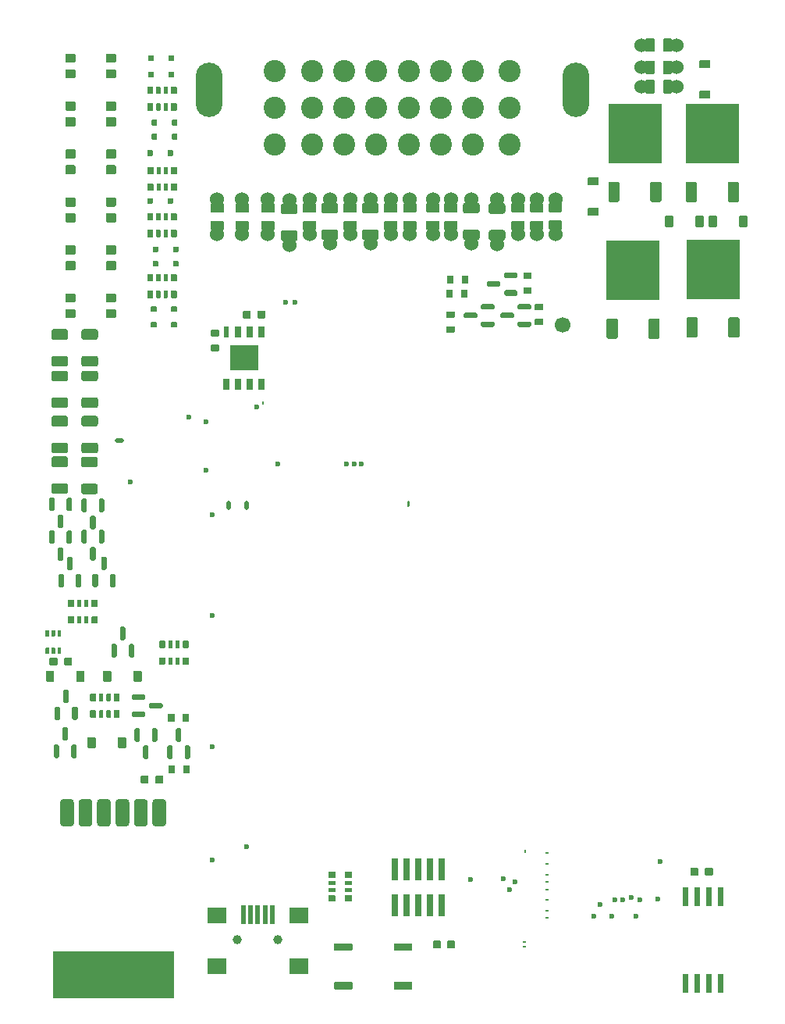
<source format=gts>
G04 #@! TF.GenerationSoftware,KiCad,Pcbnew,(6.0.0-rc1-458-g78ff9a857a-dirty)*
G04 #@! TF.CreationDate,2021-12-28T16:58:17+02:00*
G04 #@! TF.ProjectId,alphax_2ch,616c7068-6178-45f3-9263-682e6b696361,b*
G04 #@! TF.SameCoordinates,PX141f5e0PYa2cace0*
G04 #@! TF.FileFunction,Soldermask,Top*
G04 #@! TF.FilePolarity,Negative*
%FSLAX46Y46*%
G04 Gerber Fmt 4.6, Leading zero omitted, Abs format (unit mm)*
G04 Created by KiCad (PCBNEW (6.0.0-rc1-458-g78ff9a857a-dirty)) date 2021-12-28 16:58:17*
%MOMM*%
%LPD*%
G01*
G04 APERTURE LIST*
%ADD10C,0.120000*%
%ADD11O,0.399999X0.200000*%
%ADD12C,0.599999*%
%ADD13C,1.524000*%
%ADD14C,1.700000*%
%ADD15C,1.000000*%
%ADD16R,0.500000X2.000000*%
%ADD17R,2.000000X1.700000*%
%ADD18R,5.800000X6.400000*%
%ADD19O,0.250000X0.499999*%
%ADD20O,0.499999X0.250000*%
%ADD21O,1.000001X0.499999*%
%ADD22O,0.200000X0.499999*%
%ADD23R,0.650000X1.310000*%
%ADD24R,0.600000X1.310000*%
%ADD25R,1.500000X1.325000*%
%ADD26O,2.900000X5.900000*%
%ADD27C,2.400000*%
%ADD28O,0.499999X1.000001*%
%ADD29R,0.740000X2.400000*%
G04 APERTURE END LIST*
D10*
G04 #@! TO.C,U4*
X6700000Y150000D02*
X6700000Y5150000D01*
X6700000Y5150000D02*
X19700000Y5150000D01*
X19700000Y5150000D02*
X19700000Y150000D01*
X19700000Y150000D02*
X6700000Y150000D01*
G36*
X19700000Y150000D02*
G01*
X6700000Y150000D01*
X6700000Y5150000D01*
X19700000Y5150000D01*
X19700000Y150000D01*
G37*
X19700000Y150000D02*
X6700000Y150000D01*
X6700000Y5150000D01*
X19700000Y5150000D01*
X19700000Y150000D01*
G04 #@! TD*
G04 #@! TO.C,Q13*
G36*
G01*
X57075000Y76700000D02*
X57075000Y76400000D01*
G75*
G02*
X56925000Y76250000I-150000J0D01*
G01*
X55750000Y76250000D01*
G75*
G02*
X55600000Y76400000I0J150000D01*
G01*
X55600000Y76700000D01*
G75*
G02*
X55750000Y76850000I150000J0D01*
G01*
X56925000Y76850000D01*
G75*
G02*
X57075000Y76700000I0J-150000D01*
G01*
G37*
G36*
G01*
X55200000Y77650000D02*
X55200000Y77350000D01*
G75*
G02*
X55050000Y77200000I-150000J0D01*
G01*
X53875000Y77200000D01*
G75*
G02*
X53725000Y77350000I0J150000D01*
G01*
X53725000Y77650000D01*
G75*
G02*
X53875000Y77800000I150000J0D01*
G01*
X55050000Y77800000D01*
G75*
G02*
X55200000Y77650000I0J-150000D01*
G01*
G37*
G36*
G01*
X57075000Y78600000D02*
X57075000Y78300000D01*
G75*
G02*
X56925000Y78150000I-150000J0D01*
G01*
X55750000Y78150000D01*
G75*
G02*
X55600000Y78300000I0J150000D01*
G01*
X55600000Y78600000D01*
G75*
G02*
X55750000Y78750000I150000J0D01*
G01*
X56925000Y78750000D01*
G75*
G02*
X57075000Y78600000I0J-150000D01*
G01*
G37*
G04 #@! TD*
G04 #@! TO.C,Q1*
G36*
G01*
X7200000Y26125000D02*
X6900000Y26125000D01*
G75*
G02*
X6750000Y26275000I0J150000D01*
G01*
X6750000Y27450000D01*
G75*
G02*
X6900000Y27600000I150000J0D01*
G01*
X7200000Y27600000D01*
G75*
G02*
X7350000Y27450000I0J-150000D01*
G01*
X7350000Y26275000D01*
G75*
G02*
X7200000Y26125000I-150000J0D01*
G01*
G37*
G36*
G01*
X8150000Y28000000D02*
X7850000Y28000000D01*
G75*
G02*
X7700000Y28150000I0J150000D01*
G01*
X7700000Y29325000D01*
G75*
G02*
X7850000Y29475000I150000J0D01*
G01*
X8150000Y29475000D01*
G75*
G02*
X8300000Y29325000I0J-150000D01*
G01*
X8300000Y28150000D01*
G75*
G02*
X8150000Y28000000I-150000J0D01*
G01*
G37*
G36*
G01*
X9100000Y26125000D02*
X8800000Y26125000D01*
G75*
G02*
X8650000Y26275000I0J150000D01*
G01*
X8650000Y27450000D01*
G75*
G02*
X8800000Y27600000I150000J0D01*
G01*
X9100000Y27600000D01*
G75*
G02*
X9250000Y27450000I0J-150000D01*
G01*
X9250000Y26275000D01*
G75*
G02*
X9100000Y26125000I-150000J0D01*
G01*
G37*
G04 #@! TD*
G04 #@! TO.C,Q4*
G36*
G01*
X8300000Y50825000D02*
X8600000Y50825000D01*
G75*
G02*
X8750000Y50675000I0J-150000D01*
G01*
X8750000Y49500000D01*
G75*
G02*
X8600000Y49350000I-150000J0D01*
G01*
X8300000Y49350000D01*
G75*
G02*
X8150000Y49500000I0J150000D01*
G01*
X8150000Y50675000D01*
G75*
G02*
X8300000Y50825000I150000J0D01*
G01*
G37*
G36*
G01*
X7350000Y48950000D02*
X7650000Y48950000D01*
G75*
G02*
X7800000Y48800000I0J-150000D01*
G01*
X7800000Y47625000D01*
G75*
G02*
X7650000Y47475000I-150000J0D01*
G01*
X7350000Y47475000D01*
G75*
G02*
X7200000Y47625000I0J150000D01*
G01*
X7200000Y48800000D01*
G75*
G02*
X7350000Y48950000I150000J0D01*
G01*
G37*
G36*
G01*
X6400000Y50825000D02*
X6700000Y50825000D01*
G75*
G02*
X6850000Y50675000I0J-150000D01*
G01*
X6850000Y49500000D01*
G75*
G02*
X6700000Y49350000I-150000J0D01*
G01*
X6400000Y49350000D01*
G75*
G02*
X6250000Y49500000I0J150000D01*
G01*
X6250000Y50675000D01*
G75*
G02*
X6400000Y50825000I150000J0D01*
G01*
G37*
G04 #@! TD*
G04 #@! TO.C,Q3*
G36*
G01*
X7300000Y30225000D02*
X7000000Y30225000D01*
G75*
G02*
X6850000Y30375000I0J150000D01*
G01*
X6850000Y31550000D01*
G75*
G02*
X7000000Y31700000I150000J0D01*
G01*
X7300000Y31700000D01*
G75*
G02*
X7450000Y31550000I0J-150000D01*
G01*
X7450000Y30375000D01*
G75*
G02*
X7300000Y30225000I-150000J0D01*
G01*
G37*
G36*
G01*
X8250000Y32100000D02*
X7950000Y32100000D01*
G75*
G02*
X7800000Y32250000I0J150000D01*
G01*
X7800000Y33425000D01*
G75*
G02*
X7950000Y33575000I150000J0D01*
G01*
X8250000Y33575000D01*
G75*
G02*
X8400000Y33425000I0J-150000D01*
G01*
X8400000Y32250000D01*
G75*
G02*
X8250000Y32100000I-150000J0D01*
G01*
G37*
G36*
G01*
X9200000Y30225000D02*
X8900000Y30225000D01*
G75*
G02*
X8750000Y30375000I0J150000D01*
G01*
X8750000Y31550000D01*
G75*
G02*
X8900000Y31700000I150000J0D01*
G01*
X9200000Y31700000D01*
G75*
G02*
X9350000Y31550000I0J-150000D01*
G01*
X9350000Y30375000D01*
G75*
G02*
X9200000Y30225000I-150000J0D01*
G01*
G37*
G04 #@! TD*
G04 #@! TO.C,Q15*
G36*
G01*
X11400000Y44625000D02*
X11100000Y44625000D01*
G75*
G02*
X10950000Y44775000I0J150000D01*
G01*
X10950000Y45950000D01*
G75*
G02*
X11100000Y46100000I150000J0D01*
G01*
X11400000Y46100000D01*
G75*
G02*
X11550000Y45950000I0J-150000D01*
G01*
X11550000Y44775000D01*
G75*
G02*
X11400000Y44625000I-150000J0D01*
G01*
G37*
G36*
G01*
X12350000Y46500000D02*
X12050000Y46500000D01*
G75*
G02*
X11900000Y46650000I0J150000D01*
G01*
X11900000Y47825000D01*
G75*
G02*
X12050000Y47975000I150000J0D01*
G01*
X12350000Y47975000D01*
G75*
G02*
X12500000Y47825000I0J-150000D01*
G01*
X12500000Y46650000D01*
G75*
G02*
X12350000Y46500000I-150000J0D01*
G01*
G37*
G36*
G01*
X13300000Y44625000D02*
X13000000Y44625000D01*
G75*
G02*
X12850000Y44775000I0J150000D01*
G01*
X12850000Y45950000D01*
G75*
G02*
X13000000Y46100000I150000J0D01*
G01*
X13300000Y46100000D01*
G75*
G02*
X13450000Y45950000I0J-150000D01*
G01*
X13450000Y44775000D01*
G75*
G02*
X13300000Y44625000I-150000J0D01*
G01*
G37*
G04 #@! TD*
G04 #@! TO.C,Q19*
G36*
G01*
X19502000Y26023000D02*
X19202000Y26023000D01*
G75*
G02*
X19052000Y26173000I0J150000D01*
G01*
X19052000Y27348000D01*
G75*
G02*
X19202000Y27498000I150000J0D01*
G01*
X19502000Y27498000D01*
G75*
G02*
X19652000Y27348000I0J-150000D01*
G01*
X19652000Y26173000D01*
G75*
G02*
X19502000Y26023000I-150000J0D01*
G01*
G37*
G36*
G01*
X20452000Y27898000D02*
X20152000Y27898000D01*
G75*
G02*
X20002000Y28048000I0J150000D01*
G01*
X20002000Y29223000D01*
G75*
G02*
X20152000Y29373000I150000J0D01*
G01*
X20452000Y29373000D01*
G75*
G02*
X20602000Y29223000I0J-150000D01*
G01*
X20602000Y28048000D01*
G75*
G02*
X20452000Y27898000I-150000J0D01*
G01*
G37*
G36*
G01*
X21402000Y26023000D02*
X21102000Y26023000D01*
G75*
G02*
X20952000Y26173000I0J150000D01*
G01*
X20952000Y27348000D01*
G75*
G02*
X21102000Y27498000I150000J0D01*
G01*
X21402000Y27498000D01*
G75*
G02*
X21552000Y27348000I0J-150000D01*
G01*
X21552000Y26173000D01*
G75*
G02*
X21402000Y26023000I-150000J0D01*
G01*
G37*
G04 #@! TD*
G04 #@! TO.C,Q18*
G36*
G01*
X17546000Y29373000D02*
X17846000Y29373000D01*
G75*
G02*
X17996000Y29223000I0J-150000D01*
G01*
X17996000Y28048000D01*
G75*
G02*
X17846000Y27898000I-150000J0D01*
G01*
X17546000Y27898000D01*
G75*
G02*
X17396000Y28048000I0J150000D01*
G01*
X17396000Y29223000D01*
G75*
G02*
X17546000Y29373000I150000J0D01*
G01*
G37*
G36*
G01*
X16596000Y27498000D02*
X16896000Y27498000D01*
G75*
G02*
X17046000Y27348000I0J-150000D01*
G01*
X17046000Y26173000D01*
G75*
G02*
X16896000Y26023000I-150000J0D01*
G01*
X16596000Y26023000D01*
G75*
G02*
X16446000Y26173000I0J150000D01*
G01*
X16446000Y27348000D01*
G75*
G02*
X16596000Y27498000I150000J0D01*
G01*
G37*
G36*
G01*
X15646000Y29373000D02*
X15946000Y29373000D01*
G75*
G02*
X16096000Y29223000I0J-150000D01*
G01*
X16096000Y28048000D01*
G75*
G02*
X15946000Y27898000I-150000J0D01*
G01*
X15646000Y27898000D01*
G75*
G02*
X15496000Y28048000I0J150000D01*
G01*
X15496000Y29223000D01*
G75*
G02*
X15646000Y29373000I150000J0D01*
G01*
G37*
G04 #@! TD*
G04 #@! TO.C,Q14*
G36*
G01*
X54575000Y73300000D02*
X54575000Y73000000D01*
G75*
G02*
X54425000Y72850000I-150000J0D01*
G01*
X53250000Y72850000D01*
G75*
G02*
X53100000Y73000000I0J150000D01*
G01*
X53100000Y73300000D01*
G75*
G02*
X53250000Y73450000I150000J0D01*
G01*
X54425000Y73450000D01*
G75*
G02*
X54575000Y73300000I0J-150000D01*
G01*
G37*
G36*
G01*
X52700000Y74250000D02*
X52700000Y73950000D01*
G75*
G02*
X52550000Y73800000I-150000J0D01*
G01*
X51375000Y73800000D01*
G75*
G02*
X51225000Y73950000I0J150000D01*
G01*
X51225000Y74250000D01*
G75*
G02*
X51375000Y74400000I150000J0D01*
G01*
X52550000Y74400000D01*
G75*
G02*
X52700000Y74250000I0J-150000D01*
G01*
G37*
G36*
G01*
X54575000Y75200000D02*
X54575000Y74900000D01*
G75*
G02*
X54425000Y74750000I-150000J0D01*
G01*
X53250000Y74750000D01*
G75*
G02*
X53100000Y74900000I0J150000D01*
G01*
X53100000Y75200000D01*
G75*
G02*
X53250000Y75350000I150000J0D01*
G01*
X54425000Y75350000D01*
G75*
G02*
X54575000Y75200000I0J-150000D01*
G01*
G37*
G04 #@! TD*
G04 #@! TO.C,Q17*
G36*
G01*
X11800000Y54275000D02*
X12100000Y54275000D01*
G75*
G02*
X12250000Y54125000I0J-150000D01*
G01*
X12250000Y52950000D01*
G75*
G02*
X12100000Y52800000I-150000J0D01*
G01*
X11800000Y52800000D01*
G75*
G02*
X11650000Y52950000I0J150000D01*
G01*
X11650000Y54125000D01*
G75*
G02*
X11800000Y54275000I150000J0D01*
G01*
G37*
G36*
G01*
X10850000Y52400000D02*
X11150000Y52400000D01*
G75*
G02*
X11300000Y52250000I0J-150000D01*
G01*
X11300000Y51075000D01*
G75*
G02*
X11150000Y50925000I-150000J0D01*
G01*
X10850000Y50925000D01*
G75*
G02*
X10700000Y51075000I0J150000D01*
G01*
X10700000Y52250000D01*
G75*
G02*
X10850000Y52400000I150000J0D01*
G01*
G37*
G36*
G01*
X9900000Y54275000D02*
X10200000Y54275000D01*
G75*
G02*
X10350000Y54125000I0J-150000D01*
G01*
X10350000Y52950000D01*
G75*
G02*
X10200000Y52800000I-150000J0D01*
G01*
X9900000Y52800000D01*
G75*
G02*
X9750000Y52950000I0J150000D01*
G01*
X9750000Y54125000D01*
G75*
G02*
X9900000Y54275000I150000J0D01*
G01*
G37*
G04 #@! TD*
G04 #@! TO.C,Q5*
G36*
G01*
X6400000Y54375000D02*
X6700000Y54375000D01*
G75*
G02*
X6850000Y54225000I0J-150000D01*
G01*
X6850000Y53050000D01*
G75*
G02*
X6700000Y52900000I-150000J0D01*
G01*
X6400000Y52900000D01*
G75*
G02*
X6250000Y53050000I0J150000D01*
G01*
X6250000Y54225000D01*
G75*
G02*
X6400000Y54375000I150000J0D01*
G01*
G37*
G36*
G01*
X7350000Y52500000D02*
X7650000Y52500000D01*
G75*
G02*
X7800000Y52350000I0J-150000D01*
G01*
X7800000Y51175000D01*
G75*
G02*
X7650000Y51025000I-150000J0D01*
G01*
X7350000Y51025000D01*
G75*
G02*
X7200000Y51175000I0J150000D01*
G01*
X7200000Y52350000D01*
G75*
G02*
X7350000Y52500000I150000J0D01*
G01*
G37*
G36*
G01*
X8300000Y54375000D02*
X8600000Y54375000D01*
G75*
G02*
X8750000Y54225000I0J-150000D01*
G01*
X8750000Y53050000D01*
G75*
G02*
X8600000Y52900000I-150000J0D01*
G01*
X8300000Y52900000D01*
G75*
G02*
X8150000Y53050000I0J150000D01*
G01*
X8150000Y54225000D01*
G75*
G02*
X8300000Y54375000I150000J0D01*
G01*
G37*
G04 #@! TD*
G04 #@! TO.C,Q12*
G36*
G01*
X58553000Y73300000D02*
X58553000Y73000000D01*
G75*
G02*
X58403000Y72850000I-150000J0D01*
G01*
X57228000Y72850000D01*
G75*
G02*
X57078000Y73000000I0J150000D01*
G01*
X57078000Y73300000D01*
G75*
G02*
X57228000Y73450000I150000J0D01*
G01*
X58403000Y73450000D01*
G75*
G02*
X58553000Y73300000I0J-150000D01*
G01*
G37*
G36*
G01*
X56678000Y74250000D02*
X56678000Y73950000D01*
G75*
G02*
X56528000Y73800000I-150000J0D01*
G01*
X55353000Y73800000D01*
G75*
G02*
X55203000Y73950000I0J150000D01*
G01*
X55203000Y74250000D01*
G75*
G02*
X55353000Y74400000I150000J0D01*
G01*
X56528000Y74400000D01*
G75*
G02*
X56678000Y74250000I0J-150000D01*
G01*
G37*
G36*
G01*
X58553000Y75200000D02*
X58553000Y74900000D01*
G75*
G02*
X58403000Y74750000I-150000J0D01*
G01*
X57228000Y74750000D01*
G75*
G02*
X57078000Y74900000I0J150000D01*
G01*
X57078000Y75200000D01*
G75*
G02*
X57228000Y75350000I150000J0D01*
G01*
X58403000Y75350000D01*
G75*
G02*
X58553000Y75200000I0J-150000D01*
G01*
G37*
G04 #@! TD*
G04 #@! TO.C,Q2*
G36*
G01*
X7700000Y44625000D02*
X7400000Y44625000D01*
G75*
G02*
X7250000Y44775000I0J150000D01*
G01*
X7250000Y45950000D01*
G75*
G02*
X7400000Y46100000I150000J0D01*
G01*
X7700000Y46100000D01*
G75*
G02*
X7850000Y45950000I0J-150000D01*
G01*
X7850000Y44775000D01*
G75*
G02*
X7700000Y44625000I-150000J0D01*
G01*
G37*
G36*
G01*
X8650000Y46500000D02*
X8350000Y46500000D01*
G75*
G02*
X8200000Y46650000I0J150000D01*
G01*
X8200000Y47825000D01*
G75*
G02*
X8350000Y47975000I150000J0D01*
G01*
X8650000Y47975000D01*
G75*
G02*
X8800000Y47825000I0J-150000D01*
G01*
X8800000Y46650000D01*
G75*
G02*
X8650000Y46500000I-150000J0D01*
G01*
G37*
G36*
G01*
X9600000Y44625000D02*
X9300000Y44625000D01*
G75*
G02*
X9150000Y44775000I0J150000D01*
G01*
X9150000Y45950000D01*
G75*
G02*
X9300000Y46100000I150000J0D01*
G01*
X9600000Y46100000D01*
G75*
G02*
X9750000Y45950000I0J-150000D01*
G01*
X9750000Y44775000D01*
G75*
G02*
X9600000Y44625000I-150000J0D01*
G01*
G37*
G04 #@! TD*
G04 #@! TO.C,Q16*
G36*
G01*
X11800000Y50875000D02*
X12100000Y50875000D01*
G75*
G02*
X12250000Y50725000I0J-150000D01*
G01*
X12250000Y49550000D01*
G75*
G02*
X12100000Y49400000I-150000J0D01*
G01*
X11800000Y49400000D01*
G75*
G02*
X11650000Y49550000I0J150000D01*
G01*
X11650000Y50725000D01*
G75*
G02*
X11800000Y50875000I150000J0D01*
G01*
G37*
G36*
G01*
X10850000Y49000000D02*
X11150000Y49000000D01*
G75*
G02*
X11300000Y48850000I0J-150000D01*
G01*
X11300000Y47675000D01*
G75*
G02*
X11150000Y47525000I-150000J0D01*
G01*
X10850000Y47525000D01*
G75*
G02*
X10700000Y47675000I0J150000D01*
G01*
X10700000Y48850000D01*
G75*
G02*
X10850000Y49000000I150000J0D01*
G01*
G37*
G36*
G01*
X9900000Y50875000D02*
X10200000Y50875000D01*
G75*
G02*
X10350000Y50725000I0J-150000D01*
G01*
X10350000Y49550000D01*
G75*
G02*
X10200000Y49400000I-150000J0D01*
G01*
X9900000Y49400000D01*
G75*
G02*
X9750000Y49550000I0J150000D01*
G01*
X9750000Y50725000D01*
G75*
G02*
X9900000Y50875000I150000J0D01*
G01*
G37*
G04 #@! TD*
G04 #@! TO.C,Q10*
G36*
G01*
X13450000Y37025000D02*
X13150000Y37025000D01*
G75*
G02*
X13000000Y37175000I0J150000D01*
G01*
X13000000Y38350000D01*
G75*
G02*
X13150000Y38500000I150000J0D01*
G01*
X13450000Y38500000D01*
G75*
G02*
X13600000Y38350000I0J-150000D01*
G01*
X13600000Y37175000D01*
G75*
G02*
X13450000Y37025000I-150000J0D01*
G01*
G37*
G36*
G01*
X14400000Y38900000D02*
X14100000Y38900000D01*
G75*
G02*
X13950000Y39050000I0J150000D01*
G01*
X13950000Y40225000D01*
G75*
G02*
X14100000Y40375000I150000J0D01*
G01*
X14400000Y40375000D01*
G75*
G02*
X14550000Y40225000I0J-150000D01*
G01*
X14550000Y39050000D01*
G75*
G02*
X14400000Y38900000I-150000J0D01*
G01*
G37*
G36*
G01*
X15350000Y37025000D02*
X15050000Y37025000D01*
G75*
G02*
X14900000Y37175000I0J150000D01*
G01*
X14900000Y38350000D01*
G75*
G02*
X15050000Y38500000I150000J0D01*
G01*
X15350000Y38500000D01*
G75*
G02*
X15500000Y38350000I0J-150000D01*
G01*
X15500000Y37175000D01*
G75*
G02*
X15350000Y37025000I-150000J0D01*
G01*
G37*
G04 #@! TD*
G04 #@! TO.C,Q11*
G36*
G01*
X15225000Y32600000D02*
X15225000Y32900000D01*
G75*
G02*
X15375000Y33050000I150000J0D01*
G01*
X16550000Y33050000D01*
G75*
G02*
X16700000Y32900000I0J-150000D01*
G01*
X16700000Y32600000D01*
G75*
G02*
X16550000Y32450000I-150000J0D01*
G01*
X15375000Y32450000D01*
G75*
G02*
X15225000Y32600000I0J150000D01*
G01*
G37*
G36*
G01*
X17100000Y31650000D02*
X17100000Y31950000D01*
G75*
G02*
X17250000Y32100000I150000J0D01*
G01*
X18425000Y32100000D01*
G75*
G02*
X18575000Y31950000I0J-150000D01*
G01*
X18575000Y31650000D01*
G75*
G02*
X18425000Y31500000I-150000J0D01*
G01*
X17250000Y31500000D01*
G75*
G02*
X17100000Y31650000I0J150000D01*
G01*
G37*
G36*
G01*
X15225000Y30700000D02*
X15225000Y31000000D01*
G75*
G02*
X15375000Y31150000I150000J0D01*
G01*
X16550000Y31150000D01*
G75*
G02*
X16700000Y31000000I0J-150000D01*
G01*
X16700000Y30700000D01*
G75*
G02*
X16550000Y30550000I-150000J0D01*
G01*
X15375000Y30550000D01*
G75*
G02*
X15225000Y30700000I0J150000D01*
G01*
G37*
G04 #@! TD*
D11*
G04 #@! TO.C,M4*
X60263525Y8795163D03*
X60263525Y9555142D03*
X60263525Y10730135D03*
X60263525Y11905122D03*
X60263525Y12745034D03*
X60263525Y13495106D03*
X60263525Y14670117D03*
X60263525Y15845114D03*
D12*
X70363132Y10805111D03*
X69938124Y8970101D03*
X69388127Y11020109D03*
X68513168Y10805114D03*
X67663145Y10730107D03*
X67338129Y8970101D03*
X66038162Y10280101D03*
X65388145Y8970101D03*
X72563148Y14895116D03*
X72263146Y10820110D03*
G04 #@! TD*
G04 #@! TO.C,R8*
G36*
G01*
X50461417Y83351578D02*
X49211417Y83351578D01*
G75*
G02*
X49111417Y83451578I0J100000D01*
G01*
X49111417Y84251578D01*
G75*
G02*
X49211417Y84351578I100000J0D01*
G01*
X50461417Y84351578D01*
G75*
G02*
X50561417Y84251578I0J-100000D01*
G01*
X50561417Y83451578D01*
G75*
G02*
X50461417Y83351578I-100000J0D01*
G01*
G37*
D13*
X49836417Y82896579D03*
X49836417Y86706579D03*
G36*
G01*
X50461417Y85251600D02*
X49211417Y85251600D01*
G75*
G02*
X49111417Y85351600I0J100000D01*
G01*
X49111417Y86151600D01*
G75*
G02*
X49211417Y86251600I100000J0D01*
G01*
X50461417Y86251600D01*
G75*
G02*
X50561417Y86151600I0J-100000D01*
G01*
X50561417Y85351600D01*
G75*
G02*
X50461417Y85251600I-100000J0D01*
G01*
G37*
G04 #@! TD*
G04 #@! TO.C,R29*
G36*
G01*
X49410000Y74550000D02*
X50190000Y74550000D01*
G75*
G02*
X50260000Y74480000I0J-70000D01*
G01*
X50260000Y73920000D01*
G75*
G02*
X50190000Y73850000I-70000J0D01*
G01*
X49410000Y73850000D01*
G75*
G02*
X49340000Y73920000I0J70000D01*
G01*
X49340000Y74480000D01*
G75*
G02*
X49410000Y74550000I70000J0D01*
G01*
G37*
G36*
G01*
X49410000Y72950000D02*
X50190000Y72950000D01*
G75*
G02*
X50260000Y72880000I0J-70000D01*
G01*
X50260000Y72320000D01*
G75*
G02*
X50190000Y72250000I-70000J0D01*
G01*
X49410000Y72250000D01*
G75*
G02*
X49340000Y72320000I0J70000D01*
G01*
X49340000Y72880000D01*
G75*
G02*
X49410000Y72950000I70000J0D01*
G01*
G37*
G04 #@! TD*
G04 #@! TO.C,R2*
G36*
G01*
X16900000Y76065000D02*
X16900000Y76735000D01*
G75*
G02*
X16965000Y76800000I65000J0D01*
G01*
X17485000Y76800000D01*
G75*
G02*
X17550000Y76735000I0J-65000D01*
G01*
X17550000Y76065000D01*
G75*
G02*
X17485000Y76000000I-65000J0D01*
G01*
X16965000Y76000000D01*
G75*
G02*
X16900000Y76065000I0J65000D01*
G01*
G37*
G36*
G01*
X17875000Y76045000D02*
X17875000Y76755000D01*
G75*
G02*
X17920000Y76800000I45000J0D01*
G01*
X18280000Y76800000D01*
G75*
G02*
X18325000Y76755000I0J-45000D01*
G01*
X18325000Y76045000D01*
G75*
G02*
X18280000Y76000000I-45000J0D01*
G01*
X17920000Y76000000D01*
G75*
G02*
X17875000Y76045000I0J45000D01*
G01*
G37*
G36*
G01*
X18675000Y76045000D02*
X18675000Y76755000D01*
G75*
G02*
X18720000Y76800000I45000J0D01*
G01*
X19080000Y76800000D01*
G75*
G02*
X19125000Y76755000I0J-45000D01*
G01*
X19125000Y76045000D01*
G75*
G02*
X19080000Y76000000I-45000J0D01*
G01*
X18720000Y76000000D01*
G75*
G02*
X18675000Y76045000I0J45000D01*
G01*
G37*
G36*
G01*
X19450000Y76065000D02*
X19450000Y76735000D01*
G75*
G02*
X19515000Y76800000I65000J0D01*
G01*
X20035000Y76800000D01*
G75*
G02*
X20100000Y76735000I0J-65000D01*
G01*
X20100000Y76065000D01*
G75*
G02*
X20035000Y76000000I-65000J0D01*
G01*
X19515000Y76000000D01*
G75*
G02*
X19450000Y76065000I0J65000D01*
G01*
G37*
G36*
G01*
X19450000Y77865000D02*
X19450000Y78535000D01*
G75*
G02*
X19515000Y78600000I65000J0D01*
G01*
X20035000Y78600000D01*
G75*
G02*
X20100000Y78535000I0J-65000D01*
G01*
X20100000Y77865000D01*
G75*
G02*
X20035000Y77800000I-65000J0D01*
G01*
X19515000Y77800000D01*
G75*
G02*
X19450000Y77865000I0J65000D01*
G01*
G37*
G36*
G01*
X18675000Y77845000D02*
X18675000Y78555000D01*
G75*
G02*
X18720000Y78600000I45000J0D01*
G01*
X19080000Y78600000D01*
G75*
G02*
X19125000Y78555000I0J-45000D01*
G01*
X19125000Y77845000D01*
G75*
G02*
X19080000Y77800000I-45000J0D01*
G01*
X18720000Y77800000D01*
G75*
G02*
X18675000Y77845000I0J45000D01*
G01*
G37*
G36*
G01*
X17875000Y77845000D02*
X17875000Y78555000D01*
G75*
G02*
X17920000Y78600000I45000J0D01*
G01*
X18280000Y78600000D01*
G75*
G02*
X18325000Y78555000I0J-45000D01*
G01*
X18325000Y77845000D01*
G75*
G02*
X18280000Y77800000I-45000J0D01*
G01*
X17920000Y77800000D01*
G75*
G02*
X17875000Y77845000I0J45000D01*
G01*
G37*
G36*
G01*
X16900000Y77865000D02*
X16900000Y78535000D01*
G75*
G02*
X16965000Y78600000I65000J0D01*
G01*
X17485000Y78600000D01*
G75*
G02*
X17550000Y78535000I0J-65000D01*
G01*
X17550000Y77865000D01*
G75*
G02*
X17485000Y77800000I-65000J0D01*
G01*
X16965000Y77800000D01*
G75*
G02*
X16900000Y77865000I0J65000D01*
G01*
G37*
G04 #@! TD*
G04 #@! TO.C,R4*
G36*
G01*
X20124000Y90147000D02*
X20124000Y89477000D01*
G75*
G02*
X20059000Y89412000I-65000J0D01*
G01*
X19539000Y89412000D01*
G75*
G02*
X19474000Y89477000I0J65000D01*
G01*
X19474000Y90147000D01*
G75*
G02*
X19539000Y90212000I65000J0D01*
G01*
X20059000Y90212000D01*
G75*
G02*
X20124000Y90147000I0J-65000D01*
G01*
G37*
G36*
G01*
X19149000Y90167000D02*
X19149000Y89457000D01*
G75*
G02*
X19104000Y89412000I-45000J0D01*
G01*
X18744000Y89412000D01*
G75*
G02*
X18699000Y89457000I0J45000D01*
G01*
X18699000Y90167000D01*
G75*
G02*
X18744000Y90212000I45000J0D01*
G01*
X19104000Y90212000D01*
G75*
G02*
X19149000Y90167000I0J-45000D01*
G01*
G37*
G36*
G01*
X18349000Y90167000D02*
X18349000Y89457000D01*
G75*
G02*
X18304000Y89412000I-45000J0D01*
G01*
X17944000Y89412000D01*
G75*
G02*
X17899000Y89457000I0J45000D01*
G01*
X17899000Y90167000D01*
G75*
G02*
X17944000Y90212000I45000J0D01*
G01*
X18304000Y90212000D01*
G75*
G02*
X18349000Y90167000I0J-45000D01*
G01*
G37*
G36*
G01*
X17574000Y90147000D02*
X17574000Y89477000D01*
G75*
G02*
X17509000Y89412000I-65000J0D01*
G01*
X16989000Y89412000D01*
G75*
G02*
X16924000Y89477000I0J65000D01*
G01*
X16924000Y90147000D01*
G75*
G02*
X16989000Y90212000I65000J0D01*
G01*
X17509000Y90212000D01*
G75*
G02*
X17574000Y90147000I0J-65000D01*
G01*
G37*
G36*
G01*
X17574000Y88347000D02*
X17574000Y87677000D01*
G75*
G02*
X17509000Y87612000I-65000J0D01*
G01*
X16989000Y87612000D01*
G75*
G02*
X16924000Y87677000I0J65000D01*
G01*
X16924000Y88347000D01*
G75*
G02*
X16989000Y88412000I65000J0D01*
G01*
X17509000Y88412000D01*
G75*
G02*
X17574000Y88347000I0J-65000D01*
G01*
G37*
G36*
G01*
X18349000Y88367000D02*
X18349000Y87657000D01*
G75*
G02*
X18304000Y87612000I-45000J0D01*
G01*
X17944000Y87612000D01*
G75*
G02*
X17899000Y87657000I0J45000D01*
G01*
X17899000Y88367000D01*
G75*
G02*
X17944000Y88412000I45000J0D01*
G01*
X18304000Y88412000D01*
G75*
G02*
X18349000Y88367000I0J-45000D01*
G01*
G37*
G36*
G01*
X19149000Y88367000D02*
X19149000Y87657000D01*
G75*
G02*
X19104000Y87612000I-45000J0D01*
G01*
X18744000Y87612000D01*
G75*
G02*
X18699000Y87657000I0J45000D01*
G01*
X18699000Y88367000D01*
G75*
G02*
X18744000Y88412000I45000J0D01*
G01*
X19104000Y88412000D01*
G75*
G02*
X19149000Y88367000I0J-45000D01*
G01*
G37*
G36*
G01*
X20124000Y88347000D02*
X20124000Y87677000D01*
G75*
G02*
X20059000Y87612000I-65000J0D01*
G01*
X19539000Y87612000D01*
G75*
G02*
X19474000Y87677000I0J65000D01*
G01*
X19474000Y88347000D01*
G75*
G02*
X19539000Y88412000I65000J0D01*
G01*
X20059000Y88412000D01*
G75*
G02*
X20124000Y88347000I0J-65000D01*
G01*
G37*
G04 #@! TD*
G04 #@! TO.C,C3*
G36*
G01*
X16194998Y23460000D02*
X16194998Y24140000D01*
G75*
G02*
X16279998Y24225000I85000J0D01*
G01*
X16959998Y24225000D01*
G75*
G02*
X17044998Y24140000I0J-85000D01*
G01*
X17044998Y23460000D01*
G75*
G02*
X16959998Y23375000I-85000J0D01*
G01*
X16279998Y23375000D01*
G75*
G02*
X16194998Y23460000I0J85000D01*
G01*
G37*
G36*
G01*
X17775000Y23460000D02*
X17775000Y24140000D01*
G75*
G02*
X17860000Y24225000I85000J0D01*
G01*
X18540000Y24225000D01*
G75*
G02*
X18625000Y24140000I0J-85000D01*
G01*
X18625000Y23460000D01*
G75*
G02*
X18540000Y23375000I-85000J0D01*
G01*
X17860000Y23375000D01*
G75*
G02*
X17775000Y23460000I0J85000D01*
G01*
G37*
G04 #@! TD*
G04 #@! TO.C,R9*
X47882571Y82918049D03*
G36*
G01*
X48507571Y83373048D02*
X47257571Y83373048D01*
G75*
G02*
X47157571Y83473048I0J100000D01*
G01*
X47157571Y84273048D01*
G75*
G02*
X47257571Y84373048I100000J0D01*
G01*
X48507571Y84373048D01*
G75*
G02*
X48607571Y84273048I0J-100000D01*
G01*
X48607571Y83473048D01*
G75*
G02*
X48507571Y83373048I-100000J0D01*
G01*
G37*
G36*
G01*
X48507571Y85273070D02*
X47257571Y85273070D01*
G75*
G02*
X47157571Y85373070I0J100000D01*
G01*
X47157571Y86173070D01*
G75*
G02*
X47257571Y86273070I100000J0D01*
G01*
X48507571Y86273070D01*
G75*
G02*
X48607571Y86173070I0J-100000D01*
G01*
X48607571Y85373070D01*
G75*
G02*
X48507571Y85273070I-100000J0D01*
G01*
G37*
X47882571Y86728049D03*
G04 #@! TD*
G04 #@! TO.C,R21*
G36*
G01*
X8300000Y60094990D02*
X8300000Y59404990D01*
G75*
G02*
X8070000Y59174990I-230000J0D01*
G01*
X6730000Y59174990D01*
G75*
G02*
X6500000Y59404990I0J230000D01*
G01*
X6500000Y60094990D01*
G75*
G02*
X6730000Y60324990I230000J0D01*
G01*
X8070000Y60324990D01*
G75*
G02*
X8300000Y60094990I0J-230000D01*
G01*
G37*
G36*
G01*
X8300000Y62995010D02*
X8300000Y62305010D01*
G75*
G02*
X8070000Y62075010I-230000J0D01*
G01*
X6730000Y62075010D01*
G75*
G02*
X6500000Y62305010I0J230000D01*
G01*
X6500000Y62995010D01*
G75*
G02*
X6730000Y63225010I230000J0D01*
G01*
X8070000Y63225010D01*
G75*
G02*
X8300000Y62995010I0J-230000D01*
G01*
G37*
G04 #@! TD*
G04 #@! TO.C,F4*
X36700000Y86750000D03*
G36*
G01*
X35800000Y85405010D02*
X35800000Y86095010D01*
G75*
G02*
X36030000Y86325010I230000J0D01*
G01*
X37370000Y86325010D01*
G75*
G02*
X37600000Y86095010I0J-230000D01*
G01*
X37600000Y85405010D01*
G75*
G02*
X37370000Y85175010I-230000J0D01*
G01*
X36030000Y85175010D01*
G75*
G02*
X35800000Y85405010I0J230000D01*
G01*
G37*
X36700000Y81850000D03*
G36*
G01*
X35800000Y82504990D02*
X35800000Y83194990D01*
G75*
G02*
X36030000Y83424990I230000J0D01*
G01*
X37370000Y83424990D01*
G75*
G02*
X37600000Y83194990I0J-230000D01*
G01*
X37600000Y82504990D01*
G75*
G02*
X37370000Y82274990I-230000J0D01*
G01*
X36030000Y82274990D01*
G75*
G02*
X35800000Y82504990I0J230000D01*
G01*
G37*
G04 #@! TD*
G04 #@! TO.C,D1*
G36*
G01*
X17561499Y80000000D02*
X18041499Y80000000D01*
G75*
G02*
X18101499Y79940000I0J-60000D01*
G01*
X18101499Y79460000D01*
G75*
G02*
X18041499Y79400000I-60000J0D01*
G01*
X17561499Y79400000D01*
G75*
G02*
X17501499Y79460000I0J60000D01*
G01*
X17501499Y79940000D01*
G75*
G02*
X17561499Y80000000I60000J0D01*
G01*
G37*
G36*
G01*
X19761499Y80000000D02*
X20241499Y80000000D01*
G75*
G02*
X20301499Y79940000I0J-60000D01*
G01*
X20301499Y79460000D01*
G75*
G02*
X20241499Y79400000I-60000J0D01*
G01*
X19761499Y79400000D01*
G75*
G02*
X19701499Y79460000I0J60000D01*
G01*
X19701499Y79940000D01*
G75*
G02*
X19761499Y80000000I60000J0D01*
G01*
G37*
G04 #@! TD*
G04 #@! TO.C,D15*
G36*
G01*
X13399998Y84200001D02*
X12499998Y84200001D01*
G75*
G02*
X12399998Y84300001I0J100000D01*
G01*
X12399998Y85100001D01*
G75*
G02*
X12499998Y85200001I100000J0D01*
G01*
X13399998Y85200001D01*
G75*
G02*
X13499998Y85100001I0J-100000D01*
G01*
X13499998Y84300001D01*
G75*
G02*
X13399998Y84200001I-100000J0D01*
G01*
G37*
G36*
G01*
X13399998Y85900001D02*
X12499998Y85900001D01*
G75*
G02*
X12399998Y86000001I0J100000D01*
G01*
X12399998Y86800001D01*
G75*
G02*
X12499998Y86900001I100000J0D01*
G01*
X13399998Y86900001D01*
G75*
G02*
X13499998Y86800001I0J-100000D01*
G01*
X13499998Y86000001D01*
G75*
G02*
X13399998Y85900001I-100000J0D01*
G01*
G37*
G04 #@! TD*
G04 #@! TO.C,C1*
G36*
G01*
X27284999Y73860000D02*
X27284999Y74540000D01*
G75*
G02*
X27369999Y74625000I85000J0D01*
G01*
X28049999Y74625000D01*
G75*
G02*
X28134999Y74540000I0J-85000D01*
G01*
X28134999Y73860000D01*
G75*
G02*
X28049999Y73775000I-85000J0D01*
G01*
X27369999Y73775000D01*
G75*
G02*
X27284999Y73860000I0J85000D01*
G01*
G37*
G36*
G01*
X28865001Y73860000D02*
X28865001Y74540000D01*
G75*
G02*
X28950001Y74625000I85000J0D01*
G01*
X29630001Y74625000D01*
G75*
G02*
X29715001Y74540000I0J-85000D01*
G01*
X29715001Y73860000D01*
G75*
G02*
X29630001Y73775000I-85000J0D01*
G01*
X28950001Y73775000D01*
G75*
G02*
X28865001Y73860000I0J85000D01*
G01*
G37*
G04 #@! TD*
G04 #@! TO.C,S1*
G36*
G01*
X43730000Y6050001D02*
X45570000Y6050001D01*
G75*
G02*
X45650000Y5970001I0J-80000D01*
G01*
X45650000Y5330001D01*
G75*
G02*
X45570000Y5250001I-80000J0D01*
G01*
X43730000Y5250001D01*
G75*
G02*
X43650000Y5330001I0J80000D01*
G01*
X43650000Y5970001D01*
G75*
G02*
X43730000Y6050001I80000J0D01*
G01*
G37*
G36*
G01*
X43730000Y1850000D02*
X45570000Y1850000D01*
G75*
G02*
X45650000Y1770000I0J-80000D01*
G01*
X45650000Y1130000D01*
G75*
G02*
X45570000Y1050000I-80000J0D01*
G01*
X43730000Y1050000D01*
G75*
G02*
X43650000Y1130000I0J80000D01*
G01*
X43650000Y1770000D01*
G75*
G02*
X43730000Y1850000I80000J0D01*
G01*
G37*
G04 #@! TD*
G04 #@! TO.C,D6*
G36*
G01*
X17058502Y102312502D02*
X17538502Y102312502D01*
G75*
G02*
X17598502Y102252502I0J-60000D01*
G01*
X17598502Y101772502D01*
G75*
G02*
X17538502Y101712502I-60000J0D01*
G01*
X17058502Y101712502D01*
G75*
G02*
X16998502Y101772502I0J60000D01*
G01*
X16998502Y102252502D01*
G75*
G02*
X17058502Y102312502I60000J0D01*
G01*
G37*
G36*
G01*
X19258502Y102312502D02*
X19738502Y102312502D01*
G75*
G02*
X19798502Y102252502I0J-60000D01*
G01*
X19798502Y101772502D01*
G75*
G02*
X19738502Y101712502I-60000J0D01*
G01*
X19258502Y101712502D01*
G75*
G02*
X19198502Y101772502I0J60000D01*
G01*
X19198502Y102252502D01*
G75*
G02*
X19258502Y102312502I60000J0D01*
G01*
G37*
G04 #@! TD*
G04 #@! TO.C,C4*
G36*
G01*
X50315001Y6240000D02*
X50315001Y5560000D01*
G75*
G02*
X50230001Y5475000I-85000J0D01*
G01*
X49550001Y5475000D01*
G75*
G02*
X49465001Y5560000I0J85000D01*
G01*
X49465001Y6240000D01*
G75*
G02*
X49550001Y6325000I85000J0D01*
G01*
X50230001Y6325000D01*
G75*
G02*
X50315001Y6240000I0J-85000D01*
G01*
G37*
G36*
G01*
X48734999Y6240000D02*
X48734999Y5560000D01*
G75*
G02*
X48649999Y5475000I-85000J0D01*
G01*
X47969999Y5475000D01*
G75*
G02*
X47884999Y5560000I0J85000D01*
G01*
X47884999Y6240000D01*
G75*
G02*
X47969999Y6325000I85000J0D01*
G01*
X48649999Y6325000D01*
G75*
G02*
X48734999Y6240000I0J-85000D01*
G01*
G37*
G04 #@! TD*
G04 #@! TO.C,R24*
G36*
G01*
X8300000Y64994990D02*
X8300000Y64304990D01*
G75*
G02*
X8070000Y64074990I-230000J0D01*
G01*
X6730000Y64074990D01*
G75*
G02*
X6500000Y64304990I0J230000D01*
G01*
X6500000Y64994990D01*
G75*
G02*
X6730000Y65224990I230000J0D01*
G01*
X8070000Y65224990D01*
G75*
G02*
X8300000Y64994990I0J-230000D01*
G01*
G37*
G36*
G01*
X8300000Y67895010D02*
X8300000Y67205010D01*
G75*
G02*
X8070000Y66975010I-230000J0D01*
G01*
X6730000Y66975010D01*
G75*
G02*
X6500000Y67205010I0J230000D01*
G01*
X6500000Y67895010D01*
G75*
G02*
X6730000Y68125010I230000J0D01*
G01*
X8070000Y68125010D01*
G75*
G02*
X8300000Y67895010I0J-230000D01*
G01*
G37*
G04 #@! TD*
G04 #@! TO.C,D28*
G36*
G01*
X10100000Y35510000D02*
X10100000Y34490000D01*
G75*
G02*
X10010000Y34400000I-90000J0D01*
G01*
X9290000Y34400000D01*
G75*
G02*
X9200000Y34490000I0J90000D01*
G01*
X9200000Y35510000D01*
G75*
G02*
X9290000Y35600000I90000J0D01*
G01*
X10010000Y35600000D01*
G75*
G02*
X10100000Y35510000I0J-90000D01*
G01*
G37*
G36*
G01*
X6800000Y35510000D02*
X6800000Y34490000D01*
G75*
G02*
X6710000Y34400000I-90000J0D01*
G01*
X5990000Y34400000D01*
G75*
G02*
X5900000Y34490000I0J90000D01*
G01*
X5900000Y35510000D01*
G75*
G02*
X5990000Y35600000I90000J0D01*
G01*
X6710000Y35600000D01*
G75*
G02*
X6800000Y35510000I0J-90000D01*
G01*
G37*
G04 #@! TD*
G04 #@! TO.C,D12*
G36*
G01*
X13399998Y79000001D02*
X12499998Y79000001D01*
G75*
G02*
X12399998Y79100001I0J100000D01*
G01*
X12399998Y79900001D01*
G75*
G02*
X12499998Y80000001I100000J0D01*
G01*
X13399998Y80000001D01*
G75*
G02*
X13499998Y79900001I0J-100000D01*
G01*
X13499998Y79100001D01*
G75*
G02*
X13399998Y79000001I-100000J0D01*
G01*
G37*
G36*
G01*
X13399998Y80700001D02*
X12499998Y80700001D01*
G75*
G02*
X12399998Y80800001I0J100000D01*
G01*
X12399998Y81600001D01*
G75*
G02*
X12499998Y81700001I100000J0D01*
G01*
X13399998Y81700001D01*
G75*
G02*
X13499998Y81600001I0J-100000D01*
G01*
X13499998Y80800001D01*
G75*
G02*
X13399998Y80700001I-100000J0D01*
G01*
G37*
G04 #@! TD*
D14*
G04 #@! TO.C,P2*
X61958000Y73100000D03*
G04 #@! TD*
G04 #@! TO.C,R38*
G36*
G01*
X19216000Y24514000D02*
X19216000Y25294000D01*
G75*
G02*
X19286000Y25364000I70000J0D01*
G01*
X19846000Y25364000D01*
G75*
G02*
X19916000Y25294000I0J-70000D01*
G01*
X19916000Y24514000D01*
G75*
G02*
X19846000Y24444000I-70000J0D01*
G01*
X19286000Y24444000D01*
G75*
G02*
X19216000Y24514000I0J70000D01*
G01*
G37*
G36*
G01*
X20816000Y24514000D02*
X20816000Y25294000D01*
G75*
G02*
X20886000Y25364000I70000J0D01*
G01*
X21446000Y25364000D01*
G75*
G02*
X21516000Y25294000I0J-70000D01*
G01*
X21516000Y24514000D01*
G75*
G02*
X21446000Y24444000I-70000J0D01*
G01*
X20886000Y24444000D01*
G75*
G02*
X20816000Y24514000I0J70000D01*
G01*
G37*
G04 #@! TD*
G04 #@! TO.C,D22*
G36*
G01*
X17060000Y100500000D02*
X17540000Y100500000D01*
G75*
G02*
X17600000Y100440000I0J-60000D01*
G01*
X17600000Y99960000D01*
G75*
G02*
X17540000Y99900000I-60000J0D01*
G01*
X17060000Y99900000D01*
G75*
G02*
X17000000Y99960000I0J60000D01*
G01*
X17000000Y100440000D01*
G75*
G02*
X17060000Y100500000I60000J0D01*
G01*
G37*
G36*
G01*
X19260000Y100500000D02*
X19740000Y100500000D01*
G75*
G02*
X19800000Y100440000I0J-60000D01*
G01*
X19800000Y99960000D01*
G75*
G02*
X19740000Y99900000I-60000J0D01*
G01*
X19260000Y99900000D01*
G75*
G02*
X19200000Y99960000I0J60000D01*
G01*
X19200000Y100440000D01*
G75*
G02*
X19260000Y100500000I60000J0D01*
G01*
G37*
G04 #@! TD*
G04 #@! TO.C,R32*
G36*
G01*
X51650000Y76856000D02*
X51650000Y76076000D01*
G75*
G02*
X51580000Y76006000I-70000J0D01*
G01*
X51020000Y76006000D01*
G75*
G02*
X50950000Y76076000I0J70000D01*
G01*
X50950000Y76856000D01*
G75*
G02*
X51020000Y76926000I70000J0D01*
G01*
X51580000Y76926000D01*
G75*
G02*
X51650000Y76856000I0J-70000D01*
G01*
G37*
G36*
G01*
X50050000Y76856000D02*
X50050000Y76076000D01*
G75*
G02*
X49980000Y76006000I-70000J0D01*
G01*
X49420000Y76006000D01*
G75*
G02*
X49350000Y76076000I0J70000D01*
G01*
X49350000Y76856000D01*
G75*
G02*
X49420000Y76926000I70000J0D01*
G01*
X49980000Y76926000D01*
G75*
G02*
X50050000Y76856000I0J-70000D01*
G01*
G37*
G04 #@! TD*
G04 #@! TO.C,D11*
G36*
G01*
X13399998Y94600001D02*
X12499998Y94600001D01*
G75*
G02*
X12399998Y94700001I0J100000D01*
G01*
X12399998Y95500001D01*
G75*
G02*
X12499998Y95600001I100000J0D01*
G01*
X13399998Y95600001D01*
G75*
G02*
X13499998Y95500001I0J-100000D01*
G01*
X13499998Y94700001D01*
G75*
G02*
X13399998Y94600001I-100000J0D01*
G01*
G37*
G36*
G01*
X13399998Y96300001D02*
X12499998Y96300001D01*
G75*
G02*
X12399998Y96400001I0J100000D01*
G01*
X12399998Y97200001D01*
G75*
G02*
X12499998Y97300001I100000J0D01*
G01*
X13399998Y97300001D01*
G75*
G02*
X13499998Y97200001I0J-100000D01*
G01*
X13499998Y96400001D01*
G75*
G02*
X13399998Y96300001I-100000J0D01*
G01*
G37*
G04 #@! TD*
D13*
G04 #@! TO.C,R11*
X24500000Y82895000D03*
G36*
G01*
X25125000Y83349999D02*
X23875000Y83349999D01*
G75*
G02*
X23775000Y83449999I0J100000D01*
G01*
X23775000Y84249999D01*
G75*
G02*
X23875000Y84349999I100000J0D01*
G01*
X25125000Y84349999D01*
G75*
G02*
X25225000Y84249999I0J-100000D01*
G01*
X25225000Y83449999D01*
G75*
G02*
X25125000Y83349999I-100000J0D01*
G01*
G37*
G36*
G01*
X25125000Y85250021D02*
X23875000Y85250021D01*
G75*
G02*
X23775000Y85350021I0J100000D01*
G01*
X23775000Y86150021D01*
G75*
G02*
X23875000Y86250021I100000J0D01*
G01*
X25125000Y86250021D01*
G75*
G02*
X25225000Y86150021I0J-100000D01*
G01*
X25225000Y85350021D01*
G75*
G02*
X25125000Y85250021I-100000J0D01*
G01*
G37*
X24500000Y86705000D03*
G04 #@! TD*
G04 #@! TO.C,R6*
X74305000Y103400000D03*
G36*
G01*
X73850001Y104025000D02*
X73850001Y102775000D01*
G75*
G02*
X73750001Y102675000I-100000J0D01*
G01*
X72950001Y102675000D01*
G75*
G02*
X72850001Y102775000I0J100000D01*
G01*
X72850001Y104025000D01*
G75*
G02*
X72950001Y104125000I100000J0D01*
G01*
X73750001Y104125000D01*
G75*
G02*
X73850001Y104025000I0J-100000D01*
G01*
G37*
G36*
G01*
X71949979Y104025000D02*
X71949979Y102775000D01*
G75*
G02*
X71849979Y102675000I-100000J0D01*
G01*
X71049979Y102675000D01*
G75*
G02*
X70949979Y102775000I0J100000D01*
G01*
X70949979Y104025000D01*
G75*
G02*
X71049979Y104125000I100000J0D01*
G01*
X71849979Y104125000D01*
G75*
G02*
X71949979Y104025000I0J-100000D01*
G01*
G37*
X70495000Y103400000D03*
G04 #@! TD*
D15*
G04 #@! TO.C,J1*
X31100000Y6450000D03*
X26700000Y6450000D03*
D16*
X27300000Y9150000D03*
X28100000Y9150000D03*
X28900000Y9150000D03*
X29700000Y9150000D03*
X30500000Y9150000D03*
D17*
X24450000Y3600000D03*
X33350000Y3600000D03*
X24450000Y9050000D03*
X33350000Y9050000D03*
G04 #@! TD*
G04 #@! TO.C,R36*
G36*
G01*
X11522072Y55654980D02*
X11522072Y54964980D01*
G75*
G02*
X11292072Y54734980I-230000J0D01*
G01*
X9952072Y54734980D01*
G75*
G02*
X9722072Y54964980I0J230000D01*
G01*
X9722072Y55654980D01*
G75*
G02*
X9952072Y55884980I230000J0D01*
G01*
X11292072Y55884980D01*
G75*
G02*
X11522072Y55654980I0J-230000D01*
G01*
G37*
G36*
G01*
X11522072Y58555000D02*
X11522072Y57865000D01*
G75*
G02*
X11292072Y57635000I-230000J0D01*
G01*
X9952072Y57635000D01*
G75*
G02*
X9722072Y57865000I0J230000D01*
G01*
X9722072Y58555000D01*
G75*
G02*
X9952072Y58785000I230000J0D01*
G01*
X11292072Y58785000D01*
G75*
G02*
X11522072Y58555000I0J-230000D01*
G01*
G37*
G04 #@! TD*
G04 #@! TO.C,Q8*
G36*
G01*
X76400000Y86400000D02*
X75440000Y86400000D01*
G75*
G02*
X75320000Y86520000I0J120000D01*
G01*
X75320000Y88480000D01*
G75*
G02*
X75440000Y88600000I120000J0D01*
G01*
X76400000Y88600000D01*
G75*
G02*
X76520000Y88480000I0J-120000D01*
G01*
X76520000Y86520000D01*
G75*
G02*
X76400000Y86400000I-120000J0D01*
G01*
G37*
D18*
X78200000Y93800000D03*
G36*
G01*
X80960000Y86400000D02*
X80000000Y86400000D01*
G75*
G02*
X79880000Y86520000I0J120000D01*
G01*
X79880000Y88480000D01*
G75*
G02*
X80000000Y88600000I120000J0D01*
G01*
X80960000Y88600000D01*
G75*
G02*
X81080000Y88480000I0J-120000D01*
G01*
X81080000Y86520000D01*
G75*
G02*
X80960000Y86400000I-120000J0D01*
G01*
G37*
G04 #@! TD*
G04 #@! TO.C,R30*
G36*
G01*
X59808000Y73050000D02*
X59028000Y73050000D01*
G75*
G02*
X58958000Y73120000I0J70000D01*
G01*
X58958000Y73680000D01*
G75*
G02*
X59028000Y73750000I70000J0D01*
G01*
X59808000Y73750000D01*
G75*
G02*
X59878000Y73680000I0J-70000D01*
G01*
X59878000Y73120000D01*
G75*
G02*
X59808000Y73050000I-70000J0D01*
G01*
G37*
G36*
G01*
X59808000Y74650000D02*
X59028000Y74650000D01*
G75*
G02*
X58958000Y74720000I0J70000D01*
G01*
X58958000Y75280000D01*
G75*
G02*
X59028000Y75350000I70000J0D01*
G01*
X59808000Y75350000D01*
G75*
G02*
X59878000Y75280000I0J-70000D01*
G01*
X59878000Y74720000D01*
G75*
G02*
X59808000Y74650000I-70000J0D01*
G01*
G37*
G04 #@! TD*
G04 #@! TO.C,U2*
G36*
G01*
X7190000Y39975000D02*
X7510000Y39975000D01*
G75*
G02*
X7550000Y39935000I0J-40000D01*
G01*
X7550000Y39365000D01*
G75*
G02*
X7510000Y39325000I-40000J0D01*
G01*
X7190000Y39325000D01*
G75*
G02*
X7150000Y39365000I0J40000D01*
G01*
X7150000Y39935000D01*
G75*
G02*
X7190000Y39975000I40000J0D01*
G01*
G37*
G36*
G01*
X6540000Y39975000D02*
X6860000Y39975000D01*
G75*
G02*
X6900000Y39935000I0J-40000D01*
G01*
X6900000Y39365000D01*
G75*
G02*
X6860000Y39325000I-40000J0D01*
G01*
X6540000Y39325000D01*
G75*
G02*
X6500000Y39365000I0J40000D01*
G01*
X6500000Y39935000D01*
G75*
G02*
X6540000Y39975000I40000J0D01*
G01*
G37*
G36*
G01*
X5890000Y39975000D02*
X6210000Y39975000D01*
G75*
G02*
X6250000Y39935000I0J-40000D01*
G01*
X6250000Y39365000D01*
G75*
G02*
X6210000Y39325000I-40000J0D01*
G01*
X5890000Y39325000D01*
G75*
G02*
X5850000Y39365000I0J40000D01*
G01*
X5850000Y39935000D01*
G75*
G02*
X5890000Y39975000I40000J0D01*
G01*
G37*
G36*
G01*
X5890000Y38075000D02*
X6210000Y38075000D01*
G75*
G02*
X6250000Y38035000I0J-40000D01*
G01*
X6250000Y37465000D01*
G75*
G02*
X6210000Y37425000I-40000J0D01*
G01*
X5890000Y37425000D01*
G75*
G02*
X5850000Y37465000I0J40000D01*
G01*
X5850000Y38035000D01*
G75*
G02*
X5890000Y38075000I40000J0D01*
G01*
G37*
G36*
G01*
X6540000Y38075000D02*
X6860000Y38075000D01*
G75*
G02*
X6900000Y38035000I0J-40000D01*
G01*
X6900000Y37465000D01*
G75*
G02*
X6860000Y37425000I-40000J0D01*
G01*
X6540000Y37425000D01*
G75*
G02*
X6500000Y37465000I0J40000D01*
G01*
X6500000Y38035000D01*
G75*
G02*
X6540000Y38075000I40000J0D01*
G01*
G37*
G36*
G01*
X7190000Y38075000D02*
X7510000Y38075000D01*
G75*
G02*
X7550000Y38035000I0J-40000D01*
G01*
X7550000Y37465000D01*
G75*
G02*
X7510000Y37425000I-40000J0D01*
G01*
X7190000Y37425000D01*
G75*
G02*
X7150000Y37465000I0J40000D01*
G01*
X7150000Y38035000D01*
G75*
G02*
X7190000Y38075000I40000J0D01*
G01*
G37*
G04 #@! TD*
G04 #@! TO.C,R17*
G36*
G01*
X39525000Y83349999D02*
X38275000Y83349999D01*
G75*
G02*
X38175000Y83449999I0J100000D01*
G01*
X38175000Y84249999D01*
G75*
G02*
X38275000Y84349999I100000J0D01*
G01*
X39525000Y84349999D01*
G75*
G02*
X39625000Y84249999I0J-100000D01*
G01*
X39625000Y83449999D01*
G75*
G02*
X39525000Y83349999I-100000J0D01*
G01*
G37*
D13*
X38900000Y82895000D03*
X38900000Y86705000D03*
G36*
G01*
X39525000Y85250021D02*
X38275000Y85250021D01*
G75*
G02*
X38175000Y85350021I0J100000D01*
G01*
X38175000Y86150021D01*
G75*
G02*
X38275000Y86250021I100000J0D01*
G01*
X39525000Y86250021D01*
G75*
G02*
X39625000Y86150021I0J-100000D01*
G01*
X39625000Y85350021D01*
G75*
G02*
X39525000Y85250021I-100000J0D01*
G01*
G37*
G04 #@! TD*
G04 #@! TO.C,R33*
G36*
G01*
X51750000Y78380000D02*
X51750000Y77600000D01*
G75*
G02*
X51680000Y77530000I-70000J0D01*
G01*
X51120000Y77530000D01*
G75*
G02*
X51050000Y77600000I0J70000D01*
G01*
X51050000Y78380000D01*
G75*
G02*
X51120000Y78450000I70000J0D01*
G01*
X51680000Y78450000D01*
G75*
G02*
X51750000Y78380000I0J-70000D01*
G01*
G37*
G36*
G01*
X50150000Y78380000D02*
X50150000Y77600000D01*
G75*
G02*
X50080000Y77530000I-70000J0D01*
G01*
X49520000Y77530000D01*
G75*
G02*
X49450000Y77600000I0J70000D01*
G01*
X49450000Y78380000D01*
G75*
G02*
X49520000Y78450000I70000J0D01*
G01*
X50080000Y78450000D01*
G75*
G02*
X50150000Y78380000I0J-70000D01*
G01*
G37*
G04 #@! TD*
G04 #@! TO.C,S2*
G36*
G01*
X37230000Y6050001D02*
X39070000Y6050001D01*
G75*
G02*
X39150000Y5970001I0J-80000D01*
G01*
X39150000Y5330001D01*
G75*
G02*
X39070000Y5250001I-80000J0D01*
G01*
X37230000Y5250001D01*
G75*
G02*
X37150000Y5330001I0J80000D01*
G01*
X37150000Y5970001D01*
G75*
G02*
X37230000Y6050001I80000J0D01*
G01*
G37*
G36*
G01*
X37230000Y1850000D02*
X39070000Y1850000D01*
G75*
G02*
X39150000Y1770000I0J-80000D01*
G01*
X39150000Y1130000D01*
G75*
G02*
X39070000Y1050000I-80000J0D01*
G01*
X37230000Y1050000D01*
G75*
G02*
X37150000Y1130000I0J80000D01*
G01*
X37150000Y1770000D01*
G75*
G02*
X37230000Y1850000I80000J0D01*
G01*
G37*
G04 #@! TD*
G04 #@! TO.C,R34*
G36*
G01*
X11550000Y60094990D02*
X11550000Y59404990D01*
G75*
G02*
X11320000Y59174990I-230000J0D01*
G01*
X9980000Y59174990D01*
G75*
G02*
X9750000Y59404990I0J230000D01*
G01*
X9750000Y60094990D01*
G75*
G02*
X9980000Y60324990I230000J0D01*
G01*
X11320000Y60324990D01*
G75*
G02*
X11550000Y60094990I0J-230000D01*
G01*
G37*
G36*
G01*
X11550000Y62995010D02*
X11550000Y62305010D01*
G75*
G02*
X11320000Y62075010I-230000J0D01*
G01*
X9980000Y62075010D01*
G75*
G02*
X9750000Y62305010I0J230000D01*
G01*
X9750000Y62995010D01*
G75*
G02*
X9980000Y63225010I230000J0D01*
G01*
X11320000Y63225010D01*
G75*
G02*
X11550000Y62995010I0J-230000D01*
G01*
G37*
G04 #@! TD*
G04 #@! TO.C,D23*
G36*
G01*
X77300000Y84810000D02*
X77300000Y83790000D01*
G75*
G02*
X77210000Y83700000I-90000J0D01*
G01*
X76490000Y83700000D01*
G75*
G02*
X76400000Y83790000I0J90000D01*
G01*
X76400000Y84810000D01*
G75*
G02*
X76490000Y84900000I90000J0D01*
G01*
X77210000Y84900000D01*
G75*
G02*
X77300000Y84810000I0J-90000D01*
G01*
G37*
G36*
G01*
X74000000Y84810000D02*
X74000000Y83790000D01*
G75*
G02*
X73910000Y83700000I-90000J0D01*
G01*
X73190000Y83700000D01*
G75*
G02*
X73100000Y83790000I0J90000D01*
G01*
X73100000Y84810000D01*
G75*
G02*
X73190000Y84900000I90000J0D01*
G01*
X73910000Y84900000D01*
G75*
G02*
X74000000Y84810000I0J-90000D01*
G01*
G37*
G04 #@! TD*
G04 #@! TO.C,D26*
G36*
G01*
X77800000Y83790000D02*
X77800000Y84810000D01*
G75*
G02*
X77890000Y84900000I90000J0D01*
G01*
X78610000Y84900000D01*
G75*
G02*
X78700000Y84810000I0J-90000D01*
G01*
X78700000Y83790000D01*
G75*
G02*
X78610000Y83700000I-90000J0D01*
G01*
X77890000Y83700000D01*
G75*
G02*
X77800000Y83790000I0J90000D01*
G01*
G37*
G36*
G01*
X81100000Y83790000D02*
X81100000Y84810000D01*
G75*
G02*
X81190000Y84900000I90000J0D01*
G01*
X81910000Y84900000D01*
G75*
G02*
X82000000Y84810000I0J-90000D01*
G01*
X82000000Y83790000D01*
G75*
G02*
X81910000Y83700000I-90000J0D01*
G01*
X81190000Y83700000D01*
G75*
G02*
X81100000Y83790000I0J90000D01*
G01*
G37*
G04 #@! TD*
G04 #@! TO.C,R16*
G36*
G01*
X46025000Y83349999D02*
X44775000Y83349999D01*
G75*
G02*
X44675000Y83449999I0J100000D01*
G01*
X44675000Y84249999D01*
G75*
G02*
X44775000Y84349999I100000J0D01*
G01*
X46025000Y84349999D01*
G75*
G02*
X46125000Y84249999I0J-100000D01*
G01*
X46125000Y83449999D01*
G75*
G02*
X46025000Y83349999I-100000J0D01*
G01*
G37*
X45400000Y82895000D03*
X45400000Y86705000D03*
G36*
G01*
X46025000Y85250021D02*
X44775000Y85250021D01*
G75*
G02*
X44675000Y85350021I0J100000D01*
G01*
X44675000Y86150021D01*
G75*
G02*
X44775000Y86250021I100000J0D01*
G01*
X46025000Y86250021D01*
G75*
G02*
X46125000Y86150021I0J-100000D01*
G01*
X46125000Y85350021D01*
G75*
G02*
X46025000Y85250021I-100000J0D01*
G01*
G37*
G04 #@! TD*
D19*
G04 #@! TO.C,M7*
X57872997Y16037494D03*
D20*
X57822999Y5687500D03*
X57822999Y6187501D03*
D12*
X56773001Y12737498D03*
X56248001Y11862496D03*
X55498003Y13037500D03*
X51948002Y12962497D03*
G04 #@! TD*
G04 #@! TO.C,D9*
G36*
G01*
X8999998Y79000001D02*
X8099998Y79000001D01*
G75*
G02*
X7999998Y79100001I0J100000D01*
G01*
X7999998Y79900001D01*
G75*
G02*
X8099998Y80000001I100000J0D01*
G01*
X8999998Y80000001D01*
G75*
G02*
X9099998Y79900001I0J-100000D01*
G01*
X9099998Y79100001D01*
G75*
G02*
X8999998Y79000001I-100000J0D01*
G01*
G37*
G36*
G01*
X8999998Y80700001D02*
X8099998Y80700001D01*
G75*
G02*
X7999998Y80800001I0J100000D01*
G01*
X7999998Y81600001D01*
G75*
G02*
X8099998Y81700001I100000J0D01*
G01*
X8999998Y81700001D01*
G75*
G02*
X9099998Y81600001I0J-100000D01*
G01*
X9099998Y80800001D01*
G75*
G02*
X8999998Y80700001I-100000J0D01*
G01*
G37*
G04 #@! TD*
G04 #@! TO.C,D8*
G36*
G01*
X19640000Y91406000D02*
X19160000Y91406000D01*
G75*
G02*
X19100000Y91466000I0J60000D01*
G01*
X19100000Y91946000D01*
G75*
G02*
X19160000Y92006000I60000J0D01*
G01*
X19640000Y92006000D01*
G75*
G02*
X19700000Y91946000I0J-60000D01*
G01*
X19700000Y91466000D01*
G75*
G02*
X19640000Y91406000I-60000J0D01*
G01*
G37*
G36*
G01*
X17440000Y91406000D02*
X16960000Y91406000D01*
G75*
G02*
X16900000Y91466000I0J60000D01*
G01*
X16900000Y91946000D01*
G75*
G02*
X16960000Y92006000I60000J0D01*
G01*
X17440000Y92006000D01*
G75*
G02*
X17500000Y91946000I0J-60000D01*
G01*
X17500000Y91466000D01*
G75*
G02*
X17440000Y91406000I-60000J0D01*
G01*
G37*
G04 #@! TD*
G04 #@! TO.C,D14*
G36*
G01*
X8999998Y99800001D02*
X8099998Y99800001D01*
G75*
G02*
X7999998Y99900001I0J100000D01*
G01*
X7999998Y100700001D01*
G75*
G02*
X8099998Y100800001I100000J0D01*
G01*
X8999998Y100800001D01*
G75*
G02*
X9099998Y100700001I0J-100000D01*
G01*
X9099998Y99900001D01*
G75*
G02*
X8999998Y99800001I-100000J0D01*
G01*
G37*
G36*
G01*
X8999998Y101500001D02*
X8099998Y101500001D01*
G75*
G02*
X7999998Y101600001I0J100000D01*
G01*
X7999998Y102400001D01*
G75*
G02*
X8099998Y102500001I100000J0D01*
G01*
X8999998Y102500001D01*
G75*
G02*
X9099998Y102400001I0J-100000D01*
G01*
X9099998Y101600001D01*
G75*
G02*
X8999998Y101500001I-100000J0D01*
G01*
G37*
G04 #@! TD*
D21*
G04 #@! TO.C,M1*
X13891015Y60537887D03*
D22*
X29416015Y64587897D03*
D12*
X15066016Y56037888D03*
X23291016Y57362892D03*
X23273511Y62595386D03*
X21391015Y63087892D03*
X28741008Y64212878D03*
G04 #@! TD*
G04 #@! TO.C,R35*
G36*
G01*
X11550000Y69494990D02*
X11550000Y68804990D01*
G75*
G02*
X11320000Y68574990I-230000J0D01*
G01*
X9980000Y68574990D01*
G75*
G02*
X9750000Y68804990I0J230000D01*
G01*
X9750000Y69494990D01*
G75*
G02*
X9980000Y69724990I230000J0D01*
G01*
X11320000Y69724990D01*
G75*
G02*
X11550000Y69494990I0J-230000D01*
G01*
G37*
G36*
G01*
X11550000Y72395010D02*
X11550000Y71705010D01*
G75*
G02*
X11320000Y71475010I-230000J0D01*
G01*
X9980000Y71475010D01*
G75*
G02*
X9750000Y71705010I0J230000D01*
G01*
X9750000Y72395010D01*
G75*
G02*
X9980000Y72625010I230000J0D01*
G01*
X11320000Y72625010D01*
G75*
G02*
X11550000Y72395010I0J-230000D01*
G01*
G37*
G04 #@! TD*
G04 #@! TO.C,D29*
G36*
G01*
X10400000Y27290000D02*
X10400000Y28310000D01*
G75*
G02*
X10490000Y28400000I90000J0D01*
G01*
X11210000Y28400000D01*
G75*
G02*
X11300000Y28310000I0J-90000D01*
G01*
X11300000Y27290000D01*
G75*
G02*
X11210000Y27200000I-90000J0D01*
G01*
X10490000Y27200000D01*
G75*
G02*
X10400000Y27290000I0J90000D01*
G01*
G37*
G36*
G01*
X13700000Y27290000D02*
X13700000Y28310000D01*
G75*
G02*
X13790000Y28400000I90000J0D01*
G01*
X14510000Y28400000D01*
G75*
G02*
X14600000Y28310000I0J-90000D01*
G01*
X14600000Y27290000D01*
G75*
G02*
X14510000Y27200000I-90000J0D01*
G01*
X13790000Y27200000D01*
G75*
G02*
X13700000Y27290000I0J90000D01*
G01*
G37*
G04 #@! TD*
G04 #@! TO.C,C5*
G36*
G01*
X8725001Y36928000D02*
X8725001Y36248000D01*
G75*
G02*
X8640001Y36163000I-85000J0D01*
G01*
X7960001Y36163000D01*
G75*
G02*
X7875001Y36248000I0J85000D01*
G01*
X7875001Y36928000D01*
G75*
G02*
X7960001Y37013000I85000J0D01*
G01*
X8640001Y37013000D01*
G75*
G02*
X8725001Y36928000I0J-85000D01*
G01*
G37*
G36*
G01*
X7144999Y36928000D02*
X7144999Y36248000D01*
G75*
G02*
X7059999Y36163000I-85000J0D01*
G01*
X6379999Y36163000D01*
G75*
G02*
X6294999Y36248000I0J85000D01*
G01*
X6294999Y36928000D01*
G75*
G02*
X6379999Y37013000I85000J0D01*
G01*
X7059999Y37013000D01*
G75*
G02*
X7144999Y36928000I0J-85000D01*
G01*
G37*
G04 #@! TD*
G04 #@! TO.C,D16*
G36*
G01*
X13399998Y89400001D02*
X12499998Y89400001D01*
G75*
G02*
X12399998Y89500001I0J100000D01*
G01*
X12399998Y90300001D01*
G75*
G02*
X12499998Y90400001I100000J0D01*
G01*
X13399998Y90400001D01*
G75*
G02*
X13499998Y90300001I0J-100000D01*
G01*
X13499998Y89500001D01*
G75*
G02*
X13399998Y89400001I-100000J0D01*
G01*
G37*
G36*
G01*
X13399998Y91100001D02*
X12499998Y91100001D01*
G75*
G02*
X12399998Y91200001I0J100000D01*
G01*
X12399998Y92000001D01*
G75*
G02*
X12499998Y92100001I100000J0D01*
G01*
X13399998Y92100001D01*
G75*
G02*
X13499998Y92000001I0J-100000D01*
G01*
X13499998Y91200001D01*
G75*
G02*
X13399998Y91100001I-100000J0D01*
G01*
G37*
G04 #@! TD*
G04 #@! TO.C,M3*
X31025000Y58000000D03*
X38525000Y58000000D03*
X39325000Y58000000D03*
X40125000Y58000000D03*
X32925000Y75525000D03*
X31925000Y75525000D03*
G04 #@! TD*
G04 #@! TO.C,R3*
G36*
G01*
X24627135Y70236000D02*
X23847135Y70236000D01*
G75*
G02*
X23777135Y70306000I0J70000D01*
G01*
X23777135Y70866000D01*
G75*
G02*
X23847135Y70936000I70000J0D01*
G01*
X24627135Y70936000D01*
G75*
G02*
X24697135Y70866000I0J-70000D01*
G01*
X24697135Y70306000D01*
G75*
G02*
X24627135Y70236000I-70000J0D01*
G01*
G37*
G36*
G01*
X24627135Y71836000D02*
X23847135Y71836000D01*
G75*
G02*
X23777135Y71906000I0J70000D01*
G01*
X23777135Y72466000D01*
G75*
G02*
X23847135Y72536000I70000J0D01*
G01*
X24627135Y72536000D01*
G75*
G02*
X24697135Y72466000I0J-70000D01*
G01*
X24697135Y71906000D01*
G75*
G02*
X24627135Y71836000I-70000J0D01*
G01*
G37*
G04 #@! TD*
G04 #@! TO.C,R23*
G36*
G01*
X8300000Y55694990D02*
X8300000Y55004990D01*
G75*
G02*
X8070000Y54774990I-230000J0D01*
G01*
X6730000Y54774990D01*
G75*
G02*
X6500000Y55004990I0J230000D01*
G01*
X6500000Y55694990D01*
G75*
G02*
X6730000Y55924990I230000J0D01*
G01*
X8070000Y55924990D01*
G75*
G02*
X8300000Y55694990I0J-230000D01*
G01*
G37*
G36*
G01*
X8300000Y58595010D02*
X8300000Y57905010D01*
G75*
G02*
X8070000Y57675010I-230000J0D01*
G01*
X6730000Y57675010D01*
G75*
G02*
X6500000Y57905010I0J230000D01*
G01*
X6500000Y58595010D01*
G75*
G02*
X6730000Y58825010I230000J0D01*
G01*
X8070000Y58825010D01*
G75*
G02*
X8300000Y58595010I0J-230000D01*
G01*
G37*
G04 #@! TD*
D13*
G04 #@! TO.C,R10*
X43300000Y82895000D03*
G36*
G01*
X43925000Y83349999D02*
X42675000Y83349999D01*
G75*
G02*
X42575000Y83449999I0J100000D01*
G01*
X42575000Y84249999D01*
G75*
G02*
X42675000Y84349999I100000J0D01*
G01*
X43925000Y84349999D01*
G75*
G02*
X44025000Y84249999I0J-100000D01*
G01*
X44025000Y83449999D01*
G75*
G02*
X43925000Y83349999I-100000J0D01*
G01*
G37*
X43300000Y86705000D03*
G36*
G01*
X43925000Y85250021D02*
X42675000Y85250021D01*
G75*
G02*
X42575000Y85350021I0J100000D01*
G01*
X42575000Y86150021D01*
G75*
G02*
X42675000Y86250021I100000J0D01*
G01*
X43925000Y86250021D01*
G75*
G02*
X44025000Y86150021I0J-100000D01*
G01*
X44025000Y85350021D01*
G75*
G02*
X43925000Y85250021I-100000J0D01*
G01*
G37*
G04 #@! TD*
G04 #@! TO.C,D19*
G36*
G01*
X8999998Y84200001D02*
X8099998Y84200001D01*
G75*
G02*
X7999998Y84300001I0J100000D01*
G01*
X7999998Y85100001D01*
G75*
G02*
X8099998Y85200001I100000J0D01*
G01*
X8999998Y85200001D01*
G75*
G02*
X9099998Y85100001I0J-100000D01*
G01*
X9099998Y84300001D01*
G75*
G02*
X8999998Y84200001I-100000J0D01*
G01*
G37*
G36*
G01*
X8999998Y85900001D02*
X8099998Y85900001D01*
G75*
G02*
X7999998Y86000001I0J100000D01*
G01*
X7999998Y86800001D01*
G75*
G02*
X8099998Y86900001I100000J0D01*
G01*
X8999998Y86900001D01*
G75*
G02*
X9099998Y86800001I0J-100000D01*
G01*
X9099998Y86000001D01*
G75*
G02*
X8999998Y85900001I-100000J0D01*
G01*
G37*
G04 #@! TD*
G04 #@! TO.C,D21*
G36*
G01*
X17438000Y93784000D02*
X17918000Y93784000D01*
G75*
G02*
X17978000Y93724000I0J-60000D01*
G01*
X17978000Y93244000D01*
G75*
G02*
X17918000Y93184000I-60000J0D01*
G01*
X17438000Y93184000D01*
G75*
G02*
X17378000Y93244000I0J60000D01*
G01*
X17378000Y93724000D01*
G75*
G02*
X17438000Y93784000I60000J0D01*
G01*
G37*
G36*
G01*
X19638000Y93784000D02*
X20118000Y93784000D01*
G75*
G02*
X20178000Y93724000I0J-60000D01*
G01*
X20178000Y93244000D01*
G75*
G02*
X20118000Y93184000I-60000J0D01*
G01*
X19638000Y93184000D01*
G75*
G02*
X19578000Y93244000I0J60000D01*
G01*
X19578000Y93724000D01*
G75*
G02*
X19638000Y93784000I60000J0D01*
G01*
G37*
G04 #@! TD*
G04 #@! TO.C,R31*
G36*
G01*
X58550000Y76450000D02*
X57770000Y76450000D01*
G75*
G02*
X57700000Y76520000I0J70000D01*
G01*
X57700000Y77080000D01*
G75*
G02*
X57770000Y77150000I70000J0D01*
G01*
X58550000Y77150000D01*
G75*
G02*
X58620000Y77080000I0J-70000D01*
G01*
X58620000Y76520000D01*
G75*
G02*
X58550000Y76450000I-70000J0D01*
G01*
G37*
G36*
G01*
X58550000Y78050000D02*
X57770000Y78050000D01*
G75*
G02*
X57700000Y78120000I0J70000D01*
G01*
X57700000Y78680000D01*
G75*
G02*
X57770000Y78750000I70000J0D01*
G01*
X58550000Y78750000D01*
G75*
G02*
X58620000Y78680000I0J-70000D01*
G01*
X58620000Y78120000D01*
G75*
G02*
X58550000Y78050000I-70000J0D01*
G01*
G37*
G04 #@! TD*
D23*
G04 #@! TO.C,U1*
X29319000Y72345000D03*
X28049000Y72345000D03*
X26779000Y72345000D03*
D24*
X25509000Y72345000D03*
D23*
X25509000Y66655000D03*
X26779000Y66655000D03*
X28049000Y66655000D03*
X29319000Y66655000D03*
D25*
X28164000Y68837500D03*
X26664000Y70162500D03*
X28164000Y70162500D03*
X26664000Y68837500D03*
G04 #@! TD*
G04 #@! TO.C,R5*
G36*
G01*
X16900000Y96365000D02*
X16900000Y97035000D01*
G75*
G02*
X16965000Y97100000I65000J0D01*
G01*
X17485000Y97100000D01*
G75*
G02*
X17550000Y97035000I0J-65000D01*
G01*
X17550000Y96365000D01*
G75*
G02*
X17485000Y96300000I-65000J0D01*
G01*
X16965000Y96300000D01*
G75*
G02*
X16900000Y96365000I0J65000D01*
G01*
G37*
G36*
G01*
X17875000Y96345000D02*
X17875000Y97055000D01*
G75*
G02*
X17920000Y97100000I45000J0D01*
G01*
X18280000Y97100000D01*
G75*
G02*
X18325000Y97055000I0J-45000D01*
G01*
X18325000Y96345000D01*
G75*
G02*
X18280000Y96300000I-45000J0D01*
G01*
X17920000Y96300000D01*
G75*
G02*
X17875000Y96345000I0J45000D01*
G01*
G37*
G36*
G01*
X18675000Y96345000D02*
X18675000Y97055000D01*
G75*
G02*
X18720000Y97100000I45000J0D01*
G01*
X19080000Y97100000D01*
G75*
G02*
X19125000Y97055000I0J-45000D01*
G01*
X19125000Y96345000D01*
G75*
G02*
X19080000Y96300000I-45000J0D01*
G01*
X18720000Y96300000D01*
G75*
G02*
X18675000Y96345000I0J45000D01*
G01*
G37*
G36*
G01*
X19450000Y96365000D02*
X19450000Y97035000D01*
G75*
G02*
X19515000Y97100000I65000J0D01*
G01*
X20035000Y97100000D01*
G75*
G02*
X20100000Y97035000I0J-65000D01*
G01*
X20100000Y96365000D01*
G75*
G02*
X20035000Y96300000I-65000J0D01*
G01*
X19515000Y96300000D01*
G75*
G02*
X19450000Y96365000I0J65000D01*
G01*
G37*
G36*
G01*
X19450000Y98165000D02*
X19450000Y98835000D01*
G75*
G02*
X19515000Y98900000I65000J0D01*
G01*
X20035000Y98900000D01*
G75*
G02*
X20100000Y98835000I0J-65000D01*
G01*
X20100000Y98165000D01*
G75*
G02*
X20035000Y98100000I-65000J0D01*
G01*
X19515000Y98100000D01*
G75*
G02*
X19450000Y98165000I0J65000D01*
G01*
G37*
G36*
G01*
X18675000Y98145000D02*
X18675000Y98855000D01*
G75*
G02*
X18720000Y98900000I45000J0D01*
G01*
X19080000Y98900000D01*
G75*
G02*
X19125000Y98855000I0J-45000D01*
G01*
X19125000Y98145000D01*
G75*
G02*
X19080000Y98100000I-45000J0D01*
G01*
X18720000Y98100000D01*
G75*
G02*
X18675000Y98145000I0J45000D01*
G01*
G37*
G36*
G01*
X17875000Y98145000D02*
X17875000Y98855000D01*
G75*
G02*
X17920000Y98900000I45000J0D01*
G01*
X18280000Y98900000D01*
G75*
G02*
X18325000Y98855000I0J-45000D01*
G01*
X18325000Y98145000D01*
G75*
G02*
X18280000Y98100000I-45000J0D01*
G01*
X17920000Y98100000D01*
G75*
G02*
X17875000Y98145000I0J45000D01*
G01*
G37*
G36*
G01*
X16900000Y98165000D02*
X16900000Y98835000D01*
G75*
G02*
X16965000Y98900000I65000J0D01*
G01*
X17485000Y98900000D01*
G75*
G02*
X17550000Y98835000I0J-65000D01*
G01*
X17550000Y98165000D01*
G75*
G02*
X17485000Y98100000I-65000J0D01*
G01*
X16965000Y98100000D01*
G75*
G02*
X16900000Y98165000I0J65000D01*
G01*
G37*
G04 #@! TD*
G04 #@! TO.C,D2*
G36*
G01*
X17361499Y75087497D02*
X17841499Y75087497D01*
G75*
G02*
X17901499Y75027497I0J-60000D01*
G01*
X17901499Y74547497D01*
G75*
G02*
X17841499Y74487497I-60000J0D01*
G01*
X17361499Y74487497D01*
G75*
G02*
X17301499Y74547497I0J60000D01*
G01*
X17301499Y75027497D01*
G75*
G02*
X17361499Y75087497I60000J0D01*
G01*
G37*
G36*
G01*
X19561499Y75087497D02*
X20041499Y75087497D01*
G75*
G02*
X20101499Y75027497I0J-60000D01*
G01*
X20101499Y74547497D01*
G75*
G02*
X20041499Y74487497I-60000J0D01*
G01*
X19561499Y74487497D01*
G75*
G02*
X19501499Y74547497I0J60000D01*
G01*
X19501499Y75027497D01*
G75*
G02*
X19561499Y75087497I60000J0D01*
G01*
G37*
G04 #@! TD*
G04 #@! TO.C,D10*
G36*
G01*
X13399998Y73800001D02*
X12499998Y73800001D01*
G75*
G02*
X12399998Y73900001I0J100000D01*
G01*
X12399998Y74700001D01*
G75*
G02*
X12499998Y74800001I100000J0D01*
G01*
X13399998Y74800001D01*
G75*
G02*
X13499998Y74700001I0J-100000D01*
G01*
X13499998Y73900001D01*
G75*
G02*
X13399998Y73800001I-100000J0D01*
G01*
G37*
G36*
G01*
X13399998Y75500001D02*
X12499998Y75500001D01*
G75*
G02*
X12399998Y75600001I0J100000D01*
G01*
X12399998Y76400001D01*
G75*
G02*
X12499998Y76500001I100000J0D01*
G01*
X13399998Y76500001D01*
G75*
G02*
X13499998Y76400001I0J-100000D01*
G01*
X13499998Y75600001D01*
G75*
G02*
X13399998Y75500001I-100000J0D01*
G01*
G37*
G04 #@! TD*
G04 #@! TO.C,D17*
G36*
G01*
X8999998Y94600001D02*
X8099998Y94600001D01*
G75*
G02*
X7999998Y94700001I0J100000D01*
G01*
X7999998Y95500001D01*
G75*
G02*
X8099998Y95600001I100000J0D01*
G01*
X8999998Y95600001D01*
G75*
G02*
X9099998Y95500001I0J-100000D01*
G01*
X9099998Y94700001D01*
G75*
G02*
X8999998Y94600001I-100000J0D01*
G01*
G37*
G36*
G01*
X8999998Y96300001D02*
X8099998Y96300001D01*
G75*
G02*
X7999998Y96400001I0J100000D01*
G01*
X7999998Y97200001D01*
G75*
G02*
X8099998Y97300001I100000J0D01*
G01*
X8999998Y97300001D01*
G75*
G02*
X9099998Y97200001I0J-100000D01*
G01*
X9099998Y96400001D01*
G75*
G02*
X8999998Y96300001I-100000J0D01*
G01*
G37*
G04 #@! TD*
D13*
G04 #@! TO.C,R19*
X30000000Y82895000D03*
G36*
G01*
X30625000Y83349999D02*
X29375000Y83349999D01*
G75*
G02*
X29275000Y83449999I0J100000D01*
G01*
X29275000Y84249999D01*
G75*
G02*
X29375000Y84349999I100000J0D01*
G01*
X30625000Y84349999D01*
G75*
G02*
X30725000Y84249999I0J-100000D01*
G01*
X30725000Y83449999D01*
G75*
G02*
X30625000Y83349999I-100000J0D01*
G01*
G37*
G36*
G01*
X30625000Y85250021D02*
X29375000Y85250021D01*
G75*
G02*
X29275000Y85350021I0J100000D01*
G01*
X29275000Y86150021D01*
G75*
G02*
X29375000Y86250021I100000J0D01*
G01*
X30625000Y86250021D01*
G75*
G02*
X30725000Y86150021I0J-100000D01*
G01*
X30725000Y85350021D01*
G75*
G02*
X30625000Y85250021I-100000J0D01*
G01*
G37*
X30000000Y86705000D03*
G04 #@! TD*
G04 #@! TO.C,D3*
G36*
G01*
X17438000Y95308000D02*
X17918000Y95308000D01*
G75*
G02*
X17978000Y95248000I0J-60000D01*
G01*
X17978000Y94768000D01*
G75*
G02*
X17918000Y94708000I-60000J0D01*
G01*
X17438000Y94708000D01*
G75*
G02*
X17378000Y94768000I0J60000D01*
G01*
X17378000Y95248000D01*
G75*
G02*
X17438000Y95308000I60000J0D01*
G01*
G37*
G36*
G01*
X19638000Y95308000D02*
X20118000Y95308000D01*
G75*
G02*
X20178000Y95248000I0J-60000D01*
G01*
X20178000Y94768000D01*
G75*
G02*
X20118000Y94708000I-60000J0D01*
G01*
X19638000Y94708000D01*
G75*
G02*
X19578000Y94768000I0J60000D01*
G01*
X19578000Y95248000D01*
G75*
G02*
X19638000Y95308000I60000J0D01*
G01*
G37*
G04 #@! TD*
G04 #@! TO.C,U3*
G36*
G01*
X78851300Y12090000D02*
X79358700Y12090000D01*
G75*
G02*
X79400000Y12048700I0J-41300D01*
G01*
X79400000Y10111300D01*
G75*
G02*
X79358700Y10070000I-41300J0D01*
G01*
X78851300Y10070000D01*
G75*
G02*
X78810000Y10111300I0J41300D01*
G01*
X78810000Y12048700D01*
G75*
G02*
X78851300Y12090000I41300J0D01*
G01*
G37*
G36*
G01*
X77581300Y12090000D02*
X78088700Y12090000D01*
G75*
G02*
X78130000Y12048700I0J-41300D01*
G01*
X78130000Y10111300D01*
G75*
G02*
X78088700Y10070000I-41300J0D01*
G01*
X77581300Y10070000D01*
G75*
G02*
X77540000Y10111300I0J41300D01*
G01*
X77540000Y12048700D01*
G75*
G02*
X77581300Y12090000I41300J0D01*
G01*
G37*
G36*
G01*
X76311300Y12090000D02*
X76818700Y12090000D01*
G75*
G02*
X76860000Y12048700I0J-41300D01*
G01*
X76860000Y10111300D01*
G75*
G02*
X76818700Y10070000I-41300J0D01*
G01*
X76311300Y10070000D01*
G75*
G02*
X76270000Y10111300I0J41300D01*
G01*
X76270000Y12048700D01*
G75*
G02*
X76311300Y12090000I41300J0D01*
G01*
G37*
G36*
G01*
X75041300Y12090000D02*
X75548700Y12090000D01*
G75*
G02*
X75590000Y12048700I0J-41300D01*
G01*
X75590000Y10111300D01*
G75*
G02*
X75548700Y10070000I-41300J0D01*
G01*
X75041300Y10070000D01*
G75*
G02*
X75000000Y10111300I0J41300D01*
G01*
X75000000Y12048700D01*
G75*
G02*
X75041300Y12090000I41300J0D01*
G01*
G37*
G36*
G01*
X75041300Y2730000D02*
X75548700Y2730000D01*
G75*
G02*
X75590000Y2688700I0J-41300D01*
G01*
X75590000Y751300D01*
G75*
G02*
X75548700Y710000I-41300J0D01*
G01*
X75041300Y710000D01*
G75*
G02*
X75000000Y751300I0J41300D01*
G01*
X75000000Y2688700D01*
G75*
G02*
X75041300Y2730000I41300J0D01*
G01*
G37*
G36*
G01*
X76311300Y2730000D02*
X76818700Y2730000D01*
G75*
G02*
X76860000Y2688700I0J-41300D01*
G01*
X76860000Y751300D01*
G75*
G02*
X76818700Y710000I-41300J0D01*
G01*
X76311300Y710000D01*
G75*
G02*
X76270000Y751300I0J41300D01*
G01*
X76270000Y2688700D01*
G75*
G02*
X76311300Y2730000I41300J0D01*
G01*
G37*
G36*
G01*
X77581300Y2730000D02*
X78088700Y2730000D01*
G75*
G02*
X78130000Y2688700I0J-41300D01*
G01*
X78130000Y751300D01*
G75*
G02*
X78088700Y710000I-41300J0D01*
G01*
X77581300Y710000D01*
G75*
G02*
X77540000Y751300I0J41300D01*
G01*
X77540000Y2688700D01*
G75*
G02*
X77581300Y2730000I41300J0D01*
G01*
G37*
G36*
G01*
X78851300Y2730000D02*
X79358700Y2730000D01*
G75*
G02*
X79400000Y2688700I0J-41300D01*
G01*
X79400000Y751300D01*
G75*
G02*
X79358700Y710000I-41300J0D01*
G01*
X78851300Y710000D01*
G75*
G02*
X78810000Y751300I0J41300D01*
G01*
X78810000Y2688700D01*
G75*
G02*
X78851300Y2730000I41300J0D01*
G01*
G37*
G04 #@! TD*
G04 #@! TO.C,U4*
G36*
G01*
X17825000Y21700000D02*
X18575000Y21700000D01*
G75*
G02*
X18950000Y21325000I0J-375000D01*
G01*
X18950000Y19075000D01*
G75*
G02*
X18575000Y18700000I-375000J0D01*
G01*
X17825000Y18700000D01*
G75*
G02*
X17450000Y19075000I0J375000D01*
G01*
X17450000Y21325000D01*
G75*
G02*
X17825000Y21700000I375000J0D01*
G01*
G37*
G36*
G01*
X15825000Y21700000D02*
X16575000Y21700000D01*
G75*
G02*
X16950000Y21325000I0J-375000D01*
G01*
X16950000Y19075000D01*
G75*
G02*
X16575000Y18700000I-375000J0D01*
G01*
X15825000Y18700000D01*
G75*
G02*
X15450000Y19075000I0J375000D01*
G01*
X15450000Y21325000D01*
G75*
G02*
X15825000Y21700000I375000J0D01*
G01*
G37*
G36*
G01*
X13825000Y21700000D02*
X14575000Y21700000D01*
G75*
G02*
X14950000Y21325000I0J-375000D01*
G01*
X14950000Y19075000D01*
G75*
G02*
X14575000Y18700000I-375000J0D01*
G01*
X13825000Y18700000D01*
G75*
G02*
X13450000Y19075000I0J375000D01*
G01*
X13450000Y21325000D01*
G75*
G02*
X13825000Y21700000I375000J0D01*
G01*
G37*
G36*
G01*
X11825000Y21700000D02*
X12575000Y21700000D01*
G75*
G02*
X12950000Y21325000I0J-375000D01*
G01*
X12950000Y19075000D01*
G75*
G02*
X12575000Y18700000I-375000J0D01*
G01*
X11825000Y18700000D01*
G75*
G02*
X11450000Y19075000I0J375000D01*
G01*
X11450000Y21325000D01*
G75*
G02*
X11825000Y21700000I375000J0D01*
G01*
G37*
G36*
G01*
X9825000Y21700000D02*
X10575000Y21700000D01*
G75*
G02*
X10950000Y21325000I0J-375000D01*
G01*
X10950000Y19075000D01*
G75*
G02*
X10575000Y18700000I-375000J0D01*
G01*
X9825000Y18700000D01*
G75*
G02*
X9450000Y19075000I0J375000D01*
G01*
X9450000Y21325000D01*
G75*
G02*
X9825000Y21700000I375000J0D01*
G01*
G37*
G36*
G01*
X7825000Y21700000D02*
X8575000Y21700000D01*
G75*
G02*
X8950000Y21325000I0J-375000D01*
G01*
X8950000Y19075000D01*
G75*
G02*
X8575000Y18700000I-375000J0D01*
G01*
X7825000Y18700000D01*
G75*
G02*
X7450000Y19075000I0J375000D01*
G01*
X7450000Y21325000D01*
G75*
G02*
X7825000Y21700000I375000J0D01*
G01*
G37*
G04 #@! TD*
G04 #@! TO.C,F1*
X54846000Y86700000D03*
G36*
G01*
X53946000Y85355010D02*
X53946000Y86045010D01*
G75*
G02*
X54176000Y86275010I230000J0D01*
G01*
X55516000Y86275010D01*
G75*
G02*
X55746000Y86045010I0J-230000D01*
G01*
X55746000Y85355010D01*
G75*
G02*
X55516000Y85125010I-230000J0D01*
G01*
X54176000Y85125010D01*
G75*
G02*
X53946000Y85355010I0J230000D01*
G01*
G37*
G36*
G01*
X53946000Y82454990D02*
X53946000Y83144990D01*
G75*
G02*
X54176000Y83374990I230000J0D01*
G01*
X55516000Y83374990D01*
G75*
G02*
X55746000Y83144990I0J-230000D01*
G01*
X55746000Y82454990D01*
G75*
G02*
X55516000Y82224990I-230000J0D01*
G01*
X54176000Y82224990D01*
G75*
G02*
X53946000Y82454990I0J230000D01*
G01*
G37*
X54846000Y81800000D03*
G04 #@! TD*
G04 #@! TO.C,R14*
G36*
G01*
X70949999Y98275000D02*
X70949999Y99525000D01*
G75*
G02*
X71049999Y99625000I100000J0D01*
G01*
X71849999Y99625000D01*
G75*
G02*
X71949999Y99525000I0J-100000D01*
G01*
X71949999Y98275000D01*
G75*
G02*
X71849999Y98175000I-100000J0D01*
G01*
X71049999Y98175000D01*
G75*
G02*
X70949999Y98275000I0J100000D01*
G01*
G37*
X70495000Y98900000D03*
G36*
G01*
X72850021Y98275000D02*
X72850021Y99525000D01*
G75*
G02*
X72950021Y99625000I100000J0D01*
G01*
X73750021Y99625000D01*
G75*
G02*
X73850021Y99525000I0J-100000D01*
G01*
X73850021Y98275000D01*
G75*
G02*
X73750021Y98175000I-100000J0D01*
G01*
X72950021Y98175000D01*
G75*
G02*
X72850021Y98275000I0J100000D01*
G01*
G37*
X74305000Y98900000D03*
G04 #@! TD*
G04 #@! TO.C,D5*
G36*
G01*
X17360000Y73400000D02*
X17840000Y73400000D01*
G75*
G02*
X17900000Y73340000I0J-60000D01*
G01*
X17900000Y72860000D01*
G75*
G02*
X17840000Y72800000I-60000J0D01*
G01*
X17360000Y72800000D01*
G75*
G02*
X17300000Y72860000I0J60000D01*
G01*
X17300000Y73340000D01*
G75*
G02*
X17360000Y73400000I60000J0D01*
G01*
G37*
G36*
G01*
X19560000Y73400000D02*
X20040000Y73400000D01*
G75*
G02*
X20100000Y73340000I0J-60000D01*
G01*
X20100000Y72860000D01*
G75*
G02*
X20040000Y72800000I-60000J0D01*
G01*
X19560000Y72800000D01*
G75*
G02*
X19500000Y72860000I0J60000D01*
G01*
X19500000Y73340000D01*
G75*
G02*
X19560000Y73400000I60000J0D01*
G01*
G37*
G04 #@! TD*
G04 #@! TO.C,F3*
G36*
G01*
X40200000Y85405010D02*
X40200000Y86095010D01*
G75*
G02*
X40430000Y86325010I230000J0D01*
G01*
X41770000Y86325010D01*
G75*
G02*
X42000000Y86095010I0J-230000D01*
G01*
X42000000Y85405010D01*
G75*
G02*
X41770000Y85175010I-230000J0D01*
G01*
X40430000Y85175010D01*
G75*
G02*
X40200000Y85405010I0J230000D01*
G01*
G37*
X41100000Y86750000D03*
G36*
G01*
X40200000Y82504990D02*
X40200000Y83194990D01*
G75*
G02*
X40430000Y83424990I230000J0D01*
G01*
X41770000Y83424990D01*
G75*
G02*
X42000000Y83194990I0J-230000D01*
G01*
X42000000Y82504990D01*
G75*
G02*
X41770000Y82274990I-230000J0D01*
G01*
X40430000Y82274990D01*
G75*
G02*
X40200000Y82504990I0J230000D01*
G01*
G37*
X41100000Y81850000D03*
G04 #@! TD*
G04 #@! TO.C,Q7*
G36*
G01*
X68000000Y86400000D02*
X67040000Y86400000D01*
G75*
G02*
X66920000Y86520000I0J120000D01*
G01*
X66920000Y88480000D01*
G75*
G02*
X67040000Y88600000I120000J0D01*
G01*
X68000000Y88600000D01*
G75*
G02*
X68120000Y88480000I0J-120000D01*
G01*
X68120000Y86520000D01*
G75*
G02*
X68000000Y86400000I-120000J0D01*
G01*
G37*
D18*
X69800000Y93800000D03*
G36*
G01*
X72560000Y86400000D02*
X71600000Y86400000D01*
G75*
G02*
X71480000Y86520000I0J120000D01*
G01*
X71480000Y88480000D01*
G75*
G02*
X71600000Y88600000I120000J0D01*
G01*
X72560000Y88600000D01*
G75*
G02*
X72680000Y88480000I0J-120000D01*
G01*
X72680000Y86520000D01*
G75*
G02*
X72560000Y86400000I-120000J0D01*
G01*
G37*
G04 #@! TD*
G04 #@! TO.C,Q6*
G36*
G01*
X67825000Y71575000D02*
X66865000Y71575000D01*
G75*
G02*
X66745000Y71695000I0J120000D01*
G01*
X66745000Y73655000D01*
G75*
G02*
X66865000Y73775000I120000J0D01*
G01*
X67825000Y73775000D01*
G75*
G02*
X67945000Y73655000I0J-120000D01*
G01*
X67945000Y71695000D01*
G75*
G02*
X67825000Y71575000I-120000J0D01*
G01*
G37*
X69625000Y78975000D03*
G36*
G01*
X72385000Y71575000D02*
X71425000Y71575000D01*
G75*
G02*
X71305000Y71695000I0J120000D01*
G01*
X71305000Y73655000D01*
G75*
G02*
X71425000Y73775000I120000J0D01*
G01*
X72385000Y73775000D01*
G75*
G02*
X72505000Y73655000I0J-120000D01*
G01*
X72505000Y71695000D01*
G75*
G02*
X72385000Y71575000I-120000J0D01*
G01*
G37*
G04 #@! TD*
G04 #@! TO.C,D18*
G36*
G01*
X8999998Y89400001D02*
X8099998Y89400001D01*
G75*
G02*
X7999998Y89500001I0J100000D01*
G01*
X7999998Y90300001D01*
G75*
G02*
X8099998Y90400001I100000J0D01*
G01*
X8999998Y90400001D01*
G75*
G02*
X9099998Y90300001I0J-100000D01*
G01*
X9099998Y89500001D01*
G75*
G02*
X8999998Y89400001I-100000J0D01*
G01*
G37*
G36*
G01*
X8999998Y91100001D02*
X8099998Y91100001D01*
G75*
G02*
X7999998Y91200001I0J100000D01*
G01*
X7999998Y92000001D01*
G75*
G02*
X8099998Y92100001I100000J0D01*
G01*
X8999998Y92100001D01*
G75*
G02*
X9099998Y92000001I0J-100000D01*
G01*
X9099998Y91200001D01*
G75*
G02*
X8999998Y91100001I-100000J0D01*
G01*
G37*
G04 #@! TD*
G04 #@! TO.C,D20*
G36*
G01*
X13399998Y99800001D02*
X12499998Y99800001D01*
G75*
G02*
X12399998Y99900001I0J100000D01*
G01*
X12399998Y100700001D01*
G75*
G02*
X12499998Y100800001I100000J0D01*
G01*
X13399998Y100800001D01*
G75*
G02*
X13499998Y100700001I0J-100000D01*
G01*
X13499998Y99900001D01*
G75*
G02*
X13399998Y99800001I-100000J0D01*
G01*
G37*
G36*
G01*
X13399998Y101500001D02*
X12499998Y101500001D01*
G75*
G02*
X12399998Y101600001I0J100000D01*
G01*
X12399998Y102400001D01*
G75*
G02*
X12499998Y102500001I100000J0D01*
G01*
X13399998Y102500001D01*
G75*
G02*
X13499998Y102400001I0J-100000D01*
G01*
X13499998Y101600001D01*
G75*
G02*
X13399998Y101500001I-100000J0D01*
G01*
G37*
G04 #@! TD*
G04 #@! TO.C,D27*
G36*
G01*
X12100000Y34490000D02*
X12100000Y35510000D01*
G75*
G02*
X12190000Y35600000I90000J0D01*
G01*
X12910000Y35600000D01*
G75*
G02*
X13000000Y35510000I0J-90000D01*
G01*
X13000000Y34490000D01*
G75*
G02*
X12910000Y34400000I-90000J0D01*
G01*
X12190000Y34400000D01*
G75*
G02*
X12100000Y34490000I0J90000D01*
G01*
G37*
G36*
G01*
X15400000Y34490000D02*
X15400000Y35510000D01*
G75*
G02*
X15490000Y35600000I90000J0D01*
G01*
X16210000Y35600000D01*
G75*
G02*
X16300000Y35510000I0J-90000D01*
G01*
X16300000Y34490000D01*
G75*
G02*
X16210000Y34400000I-90000J0D01*
G01*
X15490000Y34400000D01*
G75*
G02*
X15400000Y34490000I0J90000D01*
G01*
G37*
G04 #@! TD*
G04 #@! TO.C,R22*
G36*
G01*
X8300000Y69494990D02*
X8300000Y68804990D01*
G75*
G02*
X8070000Y68574990I-230000J0D01*
G01*
X6730000Y68574990D01*
G75*
G02*
X6500000Y68804990I0J230000D01*
G01*
X6500000Y69494990D01*
G75*
G02*
X6730000Y69724990I230000J0D01*
G01*
X8070000Y69724990D01*
G75*
G02*
X8300000Y69494990I0J-230000D01*
G01*
G37*
G36*
G01*
X8300000Y72395010D02*
X8300000Y71705010D01*
G75*
G02*
X8070000Y71475010I-230000J0D01*
G01*
X6730000Y71475010D01*
G75*
G02*
X6500000Y71705010I0J230000D01*
G01*
X6500000Y72395010D01*
G75*
G02*
X6730000Y72625010I230000J0D01*
G01*
X8070000Y72625010D01*
G75*
G02*
X8300000Y72395010I0J-230000D01*
G01*
G37*
G04 #@! TD*
G04 #@! TO.C,R28*
G36*
G01*
X36593000Y13804000D02*
X37263000Y13804000D01*
G75*
G02*
X37328000Y13739000I0J-65000D01*
G01*
X37328000Y13219000D01*
G75*
G02*
X37263000Y13154000I-65000J0D01*
G01*
X36593000Y13154000D01*
G75*
G02*
X36528000Y13219000I0J65000D01*
G01*
X36528000Y13739000D01*
G75*
G02*
X36593000Y13804000I65000J0D01*
G01*
G37*
G36*
G01*
X36573000Y12829000D02*
X37283000Y12829000D01*
G75*
G02*
X37328000Y12784000I0J-45000D01*
G01*
X37328000Y12424000D01*
G75*
G02*
X37283000Y12379000I-45000J0D01*
G01*
X36573000Y12379000D01*
G75*
G02*
X36528000Y12424000I0J45000D01*
G01*
X36528000Y12784000D01*
G75*
G02*
X36573000Y12829000I45000J0D01*
G01*
G37*
G36*
G01*
X36573000Y12029000D02*
X37283000Y12029000D01*
G75*
G02*
X37328000Y11984000I0J-45000D01*
G01*
X37328000Y11624000D01*
G75*
G02*
X37283000Y11579000I-45000J0D01*
G01*
X36573000Y11579000D01*
G75*
G02*
X36528000Y11624000I0J45000D01*
G01*
X36528000Y11984000D01*
G75*
G02*
X36573000Y12029000I45000J0D01*
G01*
G37*
G36*
G01*
X36593000Y11254000D02*
X37263000Y11254000D01*
G75*
G02*
X37328000Y11189000I0J-65000D01*
G01*
X37328000Y10669000D01*
G75*
G02*
X37263000Y10604000I-65000J0D01*
G01*
X36593000Y10604000D01*
G75*
G02*
X36528000Y10669000I0J65000D01*
G01*
X36528000Y11189000D01*
G75*
G02*
X36593000Y11254000I65000J0D01*
G01*
G37*
G36*
G01*
X38393000Y11254000D02*
X39063000Y11254000D01*
G75*
G02*
X39128000Y11189000I0J-65000D01*
G01*
X39128000Y10669000D01*
G75*
G02*
X39063000Y10604000I-65000J0D01*
G01*
X38393000Y10604000D01*
G75*
G02*
X38328000Y10669000I0J65000D01*
G01*
X38328000Y11189000D01*
G75*
G02*
X38393000Y11254000I65000J0D01*
G01*
G37*
G36*
G01*
X38373000Y12029000D02*
X39083000Y12029000D01*
G75*
G02*
X39128000Y11984000I0J-45000D01*
G01*
X39128000Y11624000D01*
G75*
G02*
X39083000Y11579000I-45000J0D01*
G01*
X38373000Y11579000D01*
G75*
G02*
X38328000Y11624000I0J45000D01*
G01*
X38328000Y11984000D01*
G75*
G02*
X38373000Y12029000I45000J0D01*
G01*
G37*
G36*
G01*
X38373000Y12829000D02*
X39083000Y12829000D01*
G75*
G02*
X39128000Y12784000I0J-45000D01*
G01*
X39128000Y12424000D01*
G75*
G02*
X39083000Y12379000I-45000J0D01*
G01*
X38373000Y12379000D01*
G75*
G02*
X38328000Y12424000I0J45000D01*
G01*
X38328000Y12784000D01*
G75*
G02*
X38373000Y12829000I45000J0D01*
G01*
G37*
G36*
G01*
X38393000Y13804000D02*
X39063000Y13804000D01*
G75*
G02*
X39128000Y13739000I0J-65000D01*
G01*
X39128000Y13219000D01*
G75*
G02*
X39063000Y13154000I-65000J0D01*
G01*
X38393000Y13154000D01*
G75*
G02*
X38328000Y13219000I0J65000D01*
G01*
X38328000Y13739000D01*
G75*
G02*
X38393000Y13804000I65000J0D01*
G01*
G37*
G04 #@! TD*
G04 #@! TO.C,R26*
G36*
G01*
X8300000Y40765000D02*
X8300000Y41435000D01*
G75*
G02*
X8365000Y41500000I65000J0D01*
G01*
X8885000Y41500000D01*
G75*
G02*
X8950000Y41435000I0J-65000D01*
G01*
X8950000Y40765000D01*
G75*
G02*
X8885000Y40700000I-65000J0D01*
G01*
X8365000Y40700000D01*
G75*
G02*
X8300000Y40765000I0J65000D01*
G01*
G37*
G36*
G01*
X9275000Y40745000D02*
X9275000Y41455000D01*
G75*
G02*
X9320000Y41500000I45000J0D01*
G01*
X9680000Y41500000D01*
G75*
G02*
X9725000Y41455000I0J-45000D01*
G01*
X9725000Y40745000D01*
G75*
G02*
X9680000Y40700000I-45000J0D01*
G01*
X9320000Y40700000D01*
G75*
G02*
X9275000Y40745000I0J45000D01*
G01*
G37*
G36*
G01*
X10075000Y40745000D02*
X10075000Y41455000D01*
G75*
G02*
X10120000Y41500000I45000J0D01*
G01*
X10480000Y41500000D01*
G75*
G02*
X10525000Y41455000I0J-45000D01*
G01*
X10525000Y40745000D01*
G75*
G02*
X10480000Y40700000I-45000J0D01*
G01*
X10120000Y40700000D01*
G75*
G02*
X10075000Y40745000I0J45000D01*
G01*
G37*
G36*
G01*
X10850000Y40765000D02*
X10850000Y41435000D01*
G75*
G02*
X10915000Y41500000I65000J0D01*
G01*
X11435000Y41500000D01*
G75*
G02*
X11500000Y41435000I0J-65000D01*
G01*
X11500000Y40765000D01*
G75*
G02*
X11435000Y40700000I-65000J0D01*
G01*
X10915000Y40700000D01*
G75*
G02*
X10850000Y40765000I0J65000D01*
G01*
G37*
G36*
G01*
X10850000Y42565000D02*
X10850000Y43235000D01*
G75*
G02*
X10915000Y43300000I65000J0D01*
G01*
X11435000Y43300000D01*
G75*
G02*
X11500000Y43235000I0J-65000D01*
G01*
X11500000Y42565000D01*
G75*
G02*
X11435000Y42500000I-65000J0D01*
G01*
X10915000Y42500000D01*
G75*
G02*
X10850000Y42565000I0J65000D01*
G01*
G37*
G36*
G01*
X10075000Y42545000D02*
X10075000Y43255000D01*
G75*
G02*
X10120000Y43300000I45000J0D01*
G01*
X10480000Y43300000D01*
G75*
G02*
X10525000Y43255000I0J-45000D01*
G01*
X10525000Y42545000D01*
G75*
G02*
X10480000Y42500000I-45000J0D01*
G01*
X10120000Y42500000D01*
G75*
G02*
X10075000Y42545000I0J45000D01*
G01*
G37*
G36*
G01*
X9275000Y42545000D02*
X9275000Y43255000D01*
G75*
G02*
X9320000Y43300000I45000J0D01*
G01*
X9680000Y43300000D01*
G75*
G02*
X9725000Y43255000I0J-45000D01*
G01*
X9725000Y42545000D01*
G75*
G02*
X9680000Y42500000I-45000J0D01*
G01*
X9320000Y42500000D01*
G75*
G02*
X9275000Y42545000I0J45000D01*
G01*
G37*
G36*
G01*
X8300000Y42565000D02*
X8300000Y43235000D01*
G75*
G02*
X8365000Y43300000I65000J0D01*
G01*
X8885000Y43300000D01*
G75*
G02*
X8950000Y43235000I0J-65000D01*
G01*
X8950000Y42565000D01*
G75*
G02*
X8885000Y42500000I-65000J0D01*
G01*
X8365000Y42500000D01*
G75*
G02*
X8300000Y42565000I0J65000D01*
G01*
G37*
G04 #@! TD*
G04 #@! TO.C,D24*
G36*
G01*
X65810000Y84900000D02*
X64790000Y84900000D01*
G75*
G02*
X64700000Y84990000I0J90000D01*
G01*
X64700000Y85710000D01*
G75*
G02*
X64790000Y85800000I90000J0D01*
G01*
X65810000Y85800000D01*
G75*
G02*
X65900000Y85710000I0J-90000D01*
G01*
X65900000Y84990000D01*
G75*
G02*
X65810000Y84900000I-90000J0D01*
G01*
G37*
G36*
G01*
X65810000Y88200000D02*
X64790000Y88200000D01*
G75*
G02*
X64700000Y88290000I0J90000D01*
G01*
X64700000Y89010000D01*
G75*
G02*
X64790000Y89100000I90000J0D01*
G01*
X65810000Y89100000D01*
G75*
G02*
X65900000Y89010000I0J-90000D01*
G01*
X65900000Y88290000D01*
G75*
G02*
X65810000Y88200000I-90000J0D01*
G01*
G37*
G04 #@! TD*
G04 #@! TO.C,R25*
G36*
G01*
X10700000Y30565000D02*
X10700000Y31235000D01*
G75*
G02*
X10765000Y31300000I65000J0D01*
G01*
X11285000Y31300000D01*
G75*
G02*
X11350000Y31235000I0J-65000D01*
G01*
X11350000Y30565000D01*
G75*
G02*
X11285000Y30500000I-65000J0D01*
G01*
X10765000Y30500000D01*
G75*
G02*
X10700000Y30565000I0J65000D01*
G01*
G37*
G36*
G01*
X11675000Y30545000D02*
X11675000Y31255000D01*
G75*
G02*
X11720000Y31300000I45000J0D01*
G01*
X12080000Y31300000D01*
G75*
G02*
X12125000Y31255000I0J-45000D01*
G01*
X12125000Y30545000D01*
G75*
G02*
X12080000Y30500000I-45000J0D01*
G01*
X11720000Y30500000D01*
G75*
G02*
X11675000Y30545000I0J45000D01*
G01*
G37*
G36*
G01*
X12475000Y30545000D02*
X12475000Y31255000D01*
G75*
G02*
X12520000Y31300000I45000J0D01*
G01*
X12880000Y31300000D01*
G75*
G02*
X12925000Y31255000I0J-45000D01*
G01*
X12925000Y30545000D01*
G75*
G02*
X12880000Y30500000I-45000J0D01*
G01*
X12520000Y30500000D01*
G75*
G02*
X12475000Y30545000I0J45000D01*
G01*
G37*
G36*
G01*
X13250000Y30565000D02*
X13250000Y31235000D01*
G75*
G02*
X13315000Y31300000I65000J0D01*
G01*
X13835000Y31300000D01*
G75*
G02*
X13900000Y31235000I0J-65000D01*
G01*
X13900000Y30565000D01*
G75*
G02*
X13835000Y30500000I-65000J0D01*
G01*
X13315000Y30500000D01*
G75*
G02*
X13250000Y30565000I0J65000D01*
G01*
G37*
G36*
G01*
X13250000Y32365000D02*
X13250000Y33035000D01*
G75*
G02*
X13315000Y33100000I65000J0D01*
G01*
X13835000Y33100000D01*
G75*
G02*
X13900000Y33035000I0J-65000D01*
G01*
X13900000Y32365000D01*
G75*
G02*
X13835000Y32300000I-65000J0D01*
G01*
X13315000Y32300000D01*
G75*
G02*
X13250000Y32365000I0J65000D01*
G01*
G37*
G36*
G01*
X12475000Y32345000D02*
X12475000Y33055000D01*
G75*
G02*
X12520000Y33100000I45000J0D01*
G01*
X12880000Y33100000D01*
G75*
G02*
X12925000Y33055000I0J-45000D01*
G01*
X12925000Y32345000D01*
G75*
G02*
X12880000Y32300000I-45000J0D01*
G01*
X12520000Y32300000D01*
G75*
G02*
X12475000Y32345000I0J45000D01*
G01*
G37*
G36*
G01*
X11675000Y32345000D02*
X11675000Y33055000D01*
G75*
G02*
X11720000Y33100000I45000J0D01*
G01*
X12080000Y33100000D01*
G75*
G02*
X12125000Y33055000I0J-45000D01*
G01*
X12125000Y32345000D01*
G75*
G02*
X12080000Y32300000I-45000J0D01*
G01*
X11720000Y32300000D01*
G75*
G02*
X11675000Y32345000I0J45000D01*
G01*
G37*
G36*
G01*
X10700000Y32365000D02*
X10700000Y33035000D01*
G75*
G02*
X10765000Y33100000I65000J0D01*
G01*
X11285000Y33100000D01*
G75*
G02*
X11350000Y33035000I0J-65000D01*
G01*
X11350000Y32365000D01*
G75*
G02*
X11285000Y32300000I-65000J0D01*
G01*
X10765000Y32300000D01*
G75*
G02*
X10700000Y32365000I0J65000D01*
G01*
G37*
G04 #@! TD*
G04 #@! TO.C,R37*
G36*
G01*
X11550000Y64994990D02*
X11550000Y64304990D01*
G75*
G02*
X11320000Y64074990I-230000J0D01*
G01*
X9980000Y64074990D01*
G75*
G02*
X9750000Y64304990I0J230000D01*
G01*
X9750000Y64994990D01*
G75*
G02*
X9980000Y65224990I230000J0D01*
G01*
X11320000Y65224990D01*
G75*
G02*
X11550000Y64994990I0J-230000D01*
G01*
G37*
G36*
G01*
X11550000Y67895010D02*
X11550000Y67205010D01*
G75*
G02*
X11320000Y66975010I-230000J0D01*
G01*
X9980000Y66975010D01*
G75*
G02*
X9750000Y67205010I0J230000D01*
G01*
X9750000Y67895010D01*
G75*
G02*
X9980000Y68125010I230000J0D01*
G01*
X11320000Y68125010D01*
G75*
G02*
X11550000Y67895010I0J-230000D01*
G01*
G37*
G04 #@! TD*
G04 #@! TO.C,R27*
G36*
G01*
X18194000Y36315000D02*
X18194000Y36985000D01*
G75*
G02*
X18259000Y37050000I65000J0D01*
G01*
X18779000Y37050000D01*
G75*
G02*
X18844000Y36985000I0J-65000D01*
G01*
X18844000Y36315000D01*
G75*
G02*
X18779000Y36250000I-65000J0D01*
G01*
X18259000Y36250000D01*
G75*
G02*
X18194000Y36315000I0J65000D01*
G01*
G37*
G36*
G01*
X19169000Y36295000D02*
X19169000Y37005000D01*
G75*
G02*
X19214000Y37050000I45000J0D01*
G01*
X19574000Y37050000D01*
G75*
G02*
X19619000Y37005000I0J-45000D01*
G01*
X19619000Y36295000D01*
G75*
G02*
X19574000Y36250000I-45000J0D01*
G01*
X19214000Y36250000D01*
G75*
G02*
X19169000Y36295000I0J45000D01*
G01*
G37*
G36*
G01*
X19969000Y36295000D02*
X19969000Y37005000D01*
G75*
G02*
X20014000Y37050000I45000J0D01*
G01*
X20374000Y37050000D01*
G75*
G02*
X20419000Y37005000I0J-45000D01*
G01*
X20419000Y36295000D01*
G75*
G02*
X20374000Y36250000I-45000J0D01*
G01*
X20014000Y36250000D01*
G75*
G02*
X19969000Y36295000I0J45000D01*
G01*
G37*
G36*
G01*
X20744000Y36315000D02*
X20744000Y36985000D01*
G75*
G02*
X20809000Y37050000I65000J0D01*
G01*
X21329000Y37050000D01*
G75*
G02*
X21394000Y36985000I0J-65000D01*
G01*
X21394000Y36315000D01*
G75*
G02*
X21329000Y36250000I-65000J0D01*
G01*
X20809000Y36250000D01*
G75*
G02*
X20744000Y36315000I0J65000D01*
G01*
G37*
G36*
G01*
X20744000Y38115000D02*
X20744000Y38785000D01*
G75*
G02*
X20809000Y38850000I65000J0D01*
G01*
X21329000Y38850000D01*
G75*
G02*
X21394000Y38785000I0J-65000D01*
G01*
X21394000Y38115000D01*
G75*
G02*
X21329000Y38050000I-65000J0D01*
G01*
X20809000Y38050000D01*
G75*
G02*
X20744000Y38115000I0J65000D01*
G01*
G37*
G36*
G01*
X19969000Y38095000D02*
X19969000Y38805000D01*
G75*
G02*
X20014000Y38850000I45000J0D01*
G01*
X20374000Y38850000D01*
G75*
G02*
X20419000Y38805000I0J-45000D01*
G01*
X20419000Y38095000D01*
G75*
G02*
X20374000Y38050000I-45000J0D01*
G01*
X20014000Y38050000D01*
G75*
G02*
X19969000Y38095000I0J45000D01*
G01*
G37*
G36*
G01*
X19169000Y38095000D02*
X19169000Y38805000D01*
G75*
G02*
X19214000Y38850000I45000J0D01*
G01*
X19574000Y38850000D01*
G75*
G02*
X19619000Y38805000I0J-45000D01*
G01*
X19619000Y38095000D01*
G75*
G02*
X19574000Y38050000I-45000J0D01*
G01*
X19214000Y38050000D01*
G75*
G02*
X19169000Y38095000I0J45000D01*
G01*
G37*
G36*
G01*
X18194000Y38115000D02*
X18194000Y38785000D01*
G75*
G02*
X18259000Y38850000I65000J0D01*
G01*
X18779000Y38850000D01*
G75*
G02*
X18844000Y38785000I0J-65000D01*
G01*
X18844000Y38115000D01*
G75*
G02*
X18779000Y38050000I-65000J0D01*
G01*
X18259000Y38050000D01*
G75*
G02*
X18194000Y38115000I0J65000D01*
G01*
G37*
G04 #@! TD*
G04 #@! TO.C,M6*
G36*
G01*
X45107501Y53428623D02*
X45107501Y53878623D01*
G75*
G02*
X45232501Y54003623I125000J0D01*
G01*
X45232501Y54003623D01*
G75*
G02*
X45357501Y53878623I0J-125000D01*
G01*
X45357501Y53428623D01*
G75*
G02*
X45232501Y53303623I-125000J0D01*
G01*
X45232501Y53303623D01*
G75*
G02*
X45107501Y53428623I0J125000D01*
G01*
G37*
G04 #@! TD*
G04 #@! TO.C,R15*
G36*
G01*
X57757000Y83349999D02*
X56507000Y83349999D01*
G75*
G02*
X56407000Y83449999I0J100000D01*
G01*
X56407000Y84249999D01*
G75*
G02*
X56507000Y84349999I100000J0D01*
G01*
X57757000Y84349999D01*
G75*
G02*
X57857000Y84249999I0J-100000D01*
G01*
X57857000Y83449999D01*
G75*
G02*
X57757000Y83349999I-100000J0D01*
G01*
G37*
D13*
X57132000Y82895000D03*
G36*
G01*
X57757000Y85250021D02*
X56507000Y85250021D01*
G75*
G02*
X56407000Y85350021I0J100000D01*
G01*
X56407000Y86150021D01*
G75*
G02*
X56507000Y86250021I100000J0D01*
G01*
X57757000Y86250021D01*
G75*
G02*
X57857000Y86150021I0J-100000D01*
G01*
X57857000Y85350021D01*
G75*
G02*
X57757000Y85250021I-100000J0D01*
G01*
G37*
X57132000Y86705000D03*
G04 #@! TD*
G04 #@! TO.C,D4*
G36*
G01*
X17561499Y81587497D02*
X18041499Y81587497D01*
G75*
G02*
X18101499Y81527497I0J-60000D01*
G01*
X18101499Y81047497D01*
G75*
G02*
X18041499Y80987497I-60000J0D01*
G01*
X17561499Y80987497D01*
G75*
G02*
X17501499Y81047497I0J60000D01*
G01*
X17501499Y81527497D01*
G75*
G02*
X17561499Y81587497I60000J0D01*
G01*
G37*
G36*
G01*
X19761499Y81587497D02*
X20241499Y81587497D01*
G75*
G02*
X20301499Y81527497I0J-60000D01*
G01*
X20301499Y81047497D01*
G75*
G02*
X20241499Y80987497I-60000J0D01*
G01*
X19761499Y80987497D01*
G75*
G02*
X19701499Y81047497I0J60000D01*
G01*
X19701499Y81527497D01*
G75*
G02*
X19761499Y81587497I60000J0D01*
G01*
G37*
G04 #@! TD*
G04 #@! TO.C,D7*
G36*
G01*
X19638502Y86212502D02*
X19158502Y86212502D01*
G75*
G02*
X19098502Y86272502I0J60000D01*
G01*
X19098502Y86752502D01*
G75*
G02*
X19158502Y86812502I60000J0D01*
G01*
X19638502Y86812502D01*
G75*
G02*
X19698502Y86752502I0J-60000D01*
G01*
X19698502Y86272502D01*
G75*
G02*
X19638502Y86212502I-60000J0D01*
G01*
G37*
G36*
G01*
X17438502Y86212502D02*
X16958502Y86212502D01*
G75*
G02*
X16898502Y86272502I0J60000D01*
G01*
X16898502Y86752502D01*
G75*
G02*
X16958502Y86812502I60000J0D01*
G01*
X17438502Y86812502D01*
G75*
G02*
X17498502Y86752502I0J-60000D01*
G01*
X17498502Y86272502D01*
G75*
G02*
X17438502Y86212502I-60000J0D01*
G01*
G37*
G04 #@! TD*
G04 #@! TO.C,R39*
G36*
G01*
X19152000Y30102000D02*
X19152000Y30882000D01*
G75*
G02*
X19222000Y30952000I70000J0D01*
G01*
X19782000Y30952000D01*
G75*
G02*
X19852000Y30882000I0J-70000D01*
G01*
X19852000Y30102000D01*
G75*
G02*
X19782000Y30032000I-70000J0D01*
G01*
X19222000Y30032000D01*
G75*
G02*
X19152000Y30102000I0J70000D01*
G01*
G37*
G36*
G01*
X20752000Y30102000D02*
X20752000Y30882000D01*
G75*
G02*
X20822000Y30952000I70000J0D01*
G01*
X21382000Y30952000D01*
G75*
G02*
X21452000Y30882000I0J-70000D01*
G01*
X21452000Y30102000D01*
G75*
G02*
X21382000Y30032000I-70000J0D01*
G01*
X20822000Y30032000D01*
G75*
G02*
X20752000Y30102000I0J70000D01*
G01*
G37*
G04 #@! TD*
G04 #@! TO.C,R1*
G36*
G01*
X20100000Y85135000D02*
X20100000Y84465000D01*
G75*
G02*
X20035000Y84400000I-65000J0D01*
G01*
X19515000Y84400000D01*
G75*
G02*
X19450000Y84465000I0J65000D01*
G01*
X19450000Y85135000D01*
G75*
G02*
X19515000Y85200000I65000J0D01*
G01*
X20035000Y85200000D01*
G75*
G02*
X20100000Y85135000I0J-65000D01*
G01*
G37*
G36*
G01*
X19125000Y85155000D02*
X19125000Y84445000D01*
G75*
G02*
X19080000Y84400000I-45000J0D01*
G01*
X18720000Y84400000D01*
G75*
G02*
X18675000Y84445000I0J45000D01*
G01*
X18675000Y85155000D01*
G75*
G02*
X18720000Y85200000I45000J0D01*
G01*
X19080000Y85200000D01*
G75*
G02*
X19125000Y85155000I0J-45000D01*
G01*
G37*
G36*
G01*
X18325000Y85155000D02*
X18325000Y84445000D01*
G75*
G02*
X18280000Y84400000I-45000J0D01*
G01*
X17920000Y84400000D01*
G75*
G02*
X17875000Y84445000I0J45000D01*
G01*
X17875000Y85155000D01*
G75*
G02*
X17920000Y85200000I45000J0D01*
G01*
X18280000Y85200000D01*
G75*
G02*
X18325000Y85155000I0J-45000D01*
G01*
G37*
G36*
G01*
X17550000Y85135000D02*
X17550000Y84465000D01*
G75*
G02*
X17485000Y84400000I-65000J0D01*
G01*
X16965000Y84400000D01*
G75*
G02*
X16900000Y84465000I0J65000D01*
G01*
X16900000Y85135000D01*
G75*
G02*
X16965000Y85200000I65000J0D01*
G01*
X17485000Y85200000D01*
G75*
G02*
X17550000Y85135000I0J-65000D01*
G01*
G37*
G36*
G01*
X17550000Y83335000D02*
X17550000Y82665000D01*
G75*
G02*
X17485000Y82600000I-65000J0D01*
G01*
X16965000Y82600000D01*
G75*
G02*
X16900000Y82665000I0J65000D01*
G01*
X16900000Y83335000D01*
G75*
G02*
X16965000Y83400000I65000J0D01*
G01*
X17485000Y83400000D01*
G75*
G02*
X17550000Y83335000I0J-65000D01*
G01*
G37*
G36*
G01*
X18325000Y83355000D02*
X18325000Y82645000D01*
G75*
G02*
X18280000Y82600000I-45000J0D01*
G01*
X17920000Y82600000D01*
G75*
G02*
X17875000Y82645000I0J45000D01*
G01*
X17875000Y83355000D01*
G75*
G02*
X17920000Y83400000I45000J0D01*
G01*
X18280000Y83400000D01*
G75*
G02*
X18325000Y83355000I0J-45000D01*
G01*
G37*
G36*
G01*
X19125000Y83355000D02*
X19125000Y82645000D01*
G75*
G02*
X19080000Y82600000I-45000J0D01*
G01*
X18720000Y82600000D01*
G75*
G02*
X18675000Y82645000I0J45000D01*
G01*
X18675000Y83355000D01*
G75*
G02*
X18720000Y83400000I45000J0D01*
G01*
X19080000Y83400000D01*
G75*
G02*
X19125000Y83355000I0J-45000D01*
G01*
G37*
G36*
G01*
X20100000Y83335000D02*
X20100000Y82665000D01*
G75*
G02*
X20035000Y82600000I-65000J0D01*
G01*
X19515000Y82600000D01*
G75*
G02*
X19450000Y82665000I0J65000D01*
G01*
X19450000Y83335000D01*
G75*
G02*
X19515000Y83400000I65000J0D01*
G01*
X20035000Y83400000D01*
G75*
G02*
X20100000Y83335000I0J-65000D01*
G01*
G37*
G04 #@! TD*
G04 #@! TO.C,D25*
G36*
G01*
X77910000Y97600000D02*
X76890000Y97600000D01*
G75*
G02*
X76800000Y97690000I0J90000D01*
G01*
X76800000Y98410000D01*
G75*
G02*
X76890000Y98500000I90000J0D01*
G01*
X77910000Y98500000D01*
G75*
G02*
X78000000Y98410000I0J-90000D01*
G01*
X78000000Y97690000D01*
G75*
G02*
X77910000Y97600000I-90000J0D01*
G01*
G37*
G36*
G01*
X77910000Y100900000D02*
X76890000Y100900000D01*
G75*
G02*
X76800000Y100990000I0J90000D01*
G01*
X76800000Y101710000D01*
G75*
G02*
X76890000Y101800000I90000J0D01*
G01*
X77910000Y101800000D01*
G75*
G02*
X78000000Y101710000I0J-90000D01*
G01*
X78000000Y100990000D01*
G75*
G02*
X77910000Y100900000I-90000J0D01*
G01*
G37*
G04 #@! TD*
G04 #@! TO.C,R7*
X59164000Y82895000D03*
G36*
G01*
X59789000Y83349999D02*
X58539000Y83349999D01*
G75*
G02*
X58439000Y83449999I0J100000D01*
G01*
X58439000Y84249999D01*
G75*
G02*
X58539000Y84349999I100000J0D01*
G01*
X59789000Y84349999D01*
G75*
G02*
X59889000Y84249999I0J-100000D01*
G01*
X59889000Y83449999D01*
G75*
G02*
X59789000Y83349999I-100000J0D01*
G01*
G37*
X59164000Y86705000D03*
G36*
G01*
X59789000Y85250021D02*
X58539000Y85250021D01*
G75*
G02*
X58439000Y85350021I0J100000D01*
G01*
X58439000Y86150021D01*
G75*
G02*
X58539000Y86250021I100000J0D01*
G01*
X59789000Y86250021D01*
G75*
G02*
X59889000Y86150021I0J-100000D01*
G01*
X59889000Y85350021D01*
G75*
G02*
X59789000Y85250021I-100000J0D01*
G01*
G37*
G04 #@! TD*
G04 #@! TO.C,R13*
G36*
G01*
X73850001Y101625000D02*
X73850001Y100375000D01*
G75*
G02*
X73750001Y100275000I-100000J0D01*
G01*
X72950001Y100275000D01*
G75*
G02*
X72850001Y100375000I0J100000D01*
G01*
X72850001Y101625000D01*
G75*
G02*
X72950001Y101725000I100000J0D01*
G01*
X73750001Y101725000D01*
G75*
G02*
X73850001Y101625000I0J-100000D01*
G01*
G37*
X74305000Y101000000D03*
X70495000Y101000000D03*
G36*
G01*
X71949979Y101625000D02*
X71949979Y100375000D01*
G75*
G02*
X71849979Y100275000I-100000J0D01*
G01*
X71049979Y100275000D01*
G75*
G02*
X70949979Y100375000I0J100000D01*
G01*
X70949979Y101625000D01*
G75*
G02*
X71049979Y101725000I100000J0D01*
G01*
X71849979Y101725000D01*
G75*
G02*
X71949979Y101625000I0J-100000D01*
G01*
G37*
G04 #@! TD*
G04 #@! TO.C,R20*
G36*
G01*
X61821000Y83397999D02*
X60571000Y83397999D01*
G75*
G02*
X60471000Y83497999I0J100000D01*
G01*
X60471000Y84297999D01*
G75*
G02*
X60571000Y84397999I100000J0D01*
G01*
X61821000Y84397999D01*
G75*
G02*
X61921000Y84297999I0J-100000D01*
G01*
X61921000Y83497999D01*
G75*
G02*
X61821000Y83397999I-100000J0D01*
G01*
G37*
X61196000Y82943000D03*
G36*
G01*
X61821000Y85298021D02*
X60571000Y85298021D01*
G75*
G02*
X60471000Y85398021I0J100000D01*
G01*
X60471000Y86198021D01*
G75*
G02*
X60571000Y86298021I100000J0D01*
G01*
X61821000Y86298021D01*
G75*
G02*
X61921000Y86198021I0J-100000D01*
G01*
X61921000Y85398021D01*
G75*
G02*
X61821000Y85298021I-100000J0D01*
G01*
G37*
X61196000Y86753000D03*
G04 #@! TD*
D26*
G04 #@! TO.C,P1*
X23600000Y98599000D03*
X63400000Y98599000D03*
D27*
X30750000Y92599000D03*
X34750000Y92599000D03*
X38250000Y92599000D03*
X41750000Y92599000D03*
X45250000Y92599000D03*
X48750000Y92599000D03*
X52250000Y92599000D03*
X56250000Y92599000D03*
X30750000Y96599000D03*
X34750000Y96599000D03*
X38250000Y96599000D03*
X41750000Y96599000D03*
X45250000Y96599000D03*
X48750000Y96599000D03*
X52250000Y96599000D03*
X56250000Y96599000D03*
X30750000Y100599000D03*
X34750000Y100599000D03*
X38250000Y100599000D03*
X41750000Y100599000D03*
X45250000Y100599000D03*
X48750000Y100599000D03*
X52250000Y100599000D03*
X56250000Y100599000D03*
G04 #@! TD*
G04 #@! TO.C,C2*
G36*
G01*
X75834999Y13460000D02*
X75834999Y14140000D01*
G75*
G02*
X75919999Y14225000I85000J0D01*
G01*
X76599999Y14225000D01*
G75*
G02*
X76684999Y14140000I0J-85000D01*
G01*
X76684999Y13460000D01*
G75*
G02*
X76599999Y13375000I-85000J0D01*
G01*
X75919999Y13375000D01*
G75*
G02*
X75834999Y13460000I0J85000D01*
G01*
G37*
G36*
G01*
X77415001Y13460000D02*
X77415001Y14140000D01*
G75*
G02*
X77500001Y14225000I85000J0D01*
G01*
X78180001Y14225000D01*
G75*
G02*
X78265001Y14140000I0J-85000D01*
G01*
X78265001Y13460000D01*
G75*
G02*
X78180001Y13375000I-85000J0D01*
G01*
X77500001Y13375000D01*
G75*
G02*
X77415001Y13460000I0J85000D01*
G01*
G37*
G04 #@! TD*
D12*
G04 #@! TO.C,M2*
X23912481Y52487497D03*
X23912481Y15124231D03*
X23912481Y27387499D03*
D28*
X27637492Y53507495D03*
D12*
X23912481Y41587498D03*
D28*
X25737491Y53507500D03*
D12*
X27712493Y16512504D03*
G04 #@! TD*
D13*
G04 #@! TO.C,R12*
X27200000Y82895000D03*
G36*
G01*
X27825000Y83349999D02*
X26575000Y83349999D01*
G75*
G02*
X26475000Y83449999I0J100000D01*
G01*
X26475000Y84249999D01*
G75*
G02*
X26575000Y84349999I100000J0D01*
G01*
X27825000Y84349999D01*
G75*
G02*
X27925000Y84249999I0J-100000D01*
G01*
X27925000Y83449999D01*
G75*
G02*
X27825000Y83349999I-100000J0D01*
G01*
G37*
G36*
G01*
X27825000Y85250021D02*
X26575000Y85250021D01*
G75*
G02*
X26475000Y85350021I0J100000D01*
G01*
X26475000Y86150021D01*
G75*
G02*
X26575000Y86250021I100000J0D01*
G01*
X27825000Y86250021D01*
G75*
G02*
X27925000Y86150021I0J-100000D01*
G01*
X27925000Y85350021D01*
G75*
G02*
X27825000Y85250021I-100000J0D01*
G01*
G37*
X27200000Y86705000D03*
G04 #@! TD*
G04 #@! TO.C,R18*
G36*
G01*
X35125000Y83349999D02*
X33875000Y83349999D01*
G75*
G02*
X33775000Y83449999I0J100000D01*
G01*
X33775000Y84249999D01*
G75*
G02*
X33875000Y84349999I100000J0D01*
G01*
X35125000Y84349999D01*
G75*
G02*
X35225000Y84249999I0J-100000D01*
G01*
X35225000Y83449999D01*
G75*
G02*
X35125000Y83349999I-100000J0D01*
G01*
G37*
X34500000Y82895000D03*
X34500000Y86705000D03*
G36*
G01*
X35125000Y85250021D02*
X33875000Y85250021D01*
G75*
G02*
X33775000Y85350021I0J100000D01*
G01*
X33775000Y86150021D01*
G75*
G02*
X33875000Y86250021I100000J0D01*
G01*
X35125000Y86250021D01*
G75*
G02*
X35225000Y86150021I0J-100000D01*
G01*
X35225000Y85350021D01*
G75*
G02*
X35125000Y85250021I-100000J0D01*
G01*
G37*
G04 #@! TD*
G04 #@! TO.C,D13*
G36*
G01*
X8999998Y73800001D02*
X8099998Y73800001D01*
G75*
G02*
X7999998Y73900001I0J100000D01*
G01*
X7999998Y74700001D01*
G75*
G02*
X8099998Y74800001I100000J0D01*
G01*
X8999998Y74800001D01*
G75*
G02*
X9099998Y74700001I0J-100000D01*
G01*
X9099998Y73900001D01*
G75*
G02*
X8999998Y73800001I-100000J0D01*
G01*
G37*
G36*
G01*
X8999998Y75500001D02*
X8099998Y75500001D01*
G75*
G02*
X7999998Y75600001I0J100000D01*
G01*
X7999998Y76400001D01*
G75*
G02*
X8099998Y76500001I100000J0D01*
G01*
X8999998Y76500001D01*
G75*
G02*
X9099998Y76400001I0J-100000D01*
G01*
X9099998Y75600001D01*
G75*
G02*
X8999998Y75500001I-100000J0D01*
G01*
G37*
G04 #@! TD*
G04 #@! TO.C,Q9*
G36*
G01*
X76475000Y71700000D02*
X75515000Y71700000D01*
G75*
G02*
X75395000Y71820000I0J120000D01*
G01*
X75395000Y73780000D01*
G75*
G02*
X75515000Y73900000I120000J0D01*
G01*
X76475000Y73900000D01*
G75*
G02*
X76595000Y73780000I0J-120000D01*
G01*
X76595000Y71820000D01*
G75*
G02*
X76475000Y71700000I-120000J0D01*
G01*
G37*
D18*
X78275000Y79100000D03*
G36*
G01*
X81035000Y71700000D02*
X80075000Y71700000D01*
G75*
G02*
X79955000Y71820000I0J120000D01*
G01*
X79955000Y73780000D01*
G75*
G02*
X80075000Y73900000I120000J0D01*
G01*
X81035000Y73900000D01*
G75*
G02*
X81155000Y73780000I0J-120000D01*
G01*
X81155000Y71820000D01*
G75*
G02*
X81035000Y71700000I-120000J0D01*
G01*
G37*
G04 #@! TD*
D29*
G04 #@! TO.C,J2*
X43758607Y10150000D03*
X43758607Y14050000D03*
X45028607Y10150000D03*
X45028607Y14050000D03*
X46298607Y10150000D03*
X46298607Y14050000D03*
X47568607Y10150000D03*
X47568607Y14050000D03*
X48838607Y10150000D03*
X48838607Y14050000D03*
G04 #@! TD*
D13*
G04 #@! TO.C,F5*
X32300000Y86650000D03*
G36*
G01*
X31400000Y85305010D02*
X31400000Y85995010D01*
G75*
G02*
X31630000Y86225010I230000J0D01*
G01*
X32970000Y86225010D01*
G75*
G02*
X33200000Y85995010I0J-230000D01*
G01*
X33200000Y85305010D01*
G75*
G02*
X32970000Y85075010I-230000J0D01*
G01*
X31630000Y85075010D01*
G75*
G02*
X31400000Y85305010I0J230000D01*
G01*
G37*
X32300000Y81750000D03*
G36*
G01*
X31400000Y82404990D02*
X31400000Y83094990D01*
G75*
G02*
X31630000Y83324990I230000J0D01*
G01*
X32970000Y83324990D01*
G75*
G02*
X33200000Y83094990I0J-230000D01*
G01*
X33200000Y82404990D01*
G75*
G02*
X32970000Y82174990I-230000J0D01*
G01*
X31630000Y82174990D01*
G75*
G02*
X31400000Y82404990I0J230000D01*
G01*
G37*
G04 #@! TD*
G04 #@! TO.C,F2*
X52052000Y86750000D03*
G36*
G01*
X51152000Y85405010D02*
X51152000Y86095010D01*
G75*
G02*
X51382000Y86325010I230000J0D01*
G01*
X52722000Y86325010D01*
G75*
G02*
X52952000Y86095010I0J-230000D01*
G01*
X52952000Y85405010D01*
G75*
G02*
X52722000Y85175010I-230000J0D01*
G01*
X51382000Y85175010D01*
G75*
G02*
X51152000Y85405010I0J230000D01*
G01*
G37*
G36*
G01*
X51152000Y82504990D02*
X51152000Y83194990D01*
G75*
G02*
X51382000Y83424990I230000J0D01*
G01*
X52722000Y83424990D01*
G75*
G02*
X52952000Y83194990I0J-230000D01*
G01*
X52952000Y82504990D01*
G75*
G02*
X52722000Y82274990I-230000J0D01*
G01*
X51382000Y82274990D01*
G75*
G02*
X51152000Y82504990I0J230000D01*
G01*
G37*
X52052000Y81850000D03*
G04 #@! TD*
M02*

</source>
